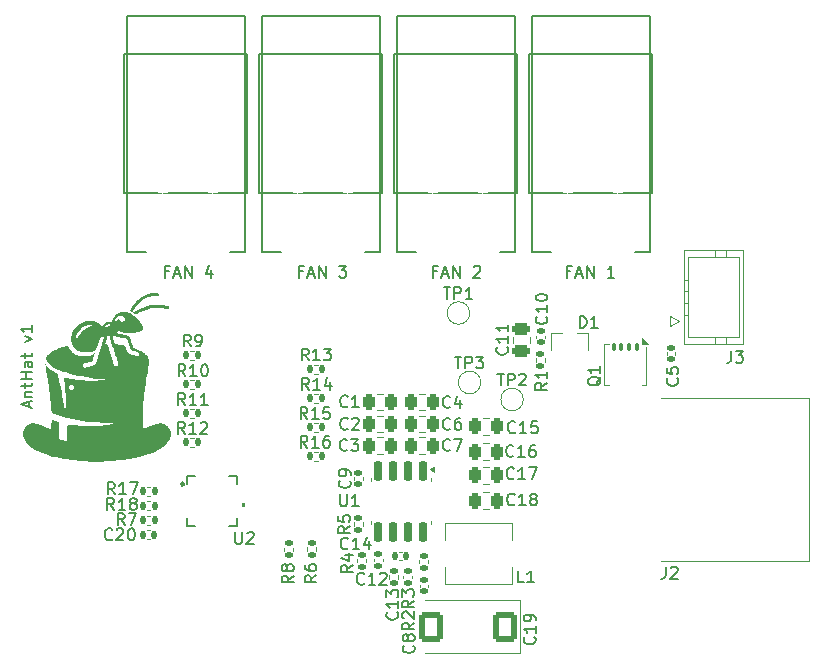
<source format=gbr>
%TF.GenerationSoftware,KiCad,Pcbnew,8.0.1*%
%TF.CreationDate,2024-04-04T15:13:06-04:00*%
%TF.ProjectId,AntHat,416e7448-6174-42e6-9b69-6361645f7063,rev?*%
%TF.SameCoordinates,Original*%
%TF.FileFunction,Legend,Top*%
%TF.FilePolarity,Positive*%
%FSLAX46Y46*%
G04 Gerber Fmt 4.6, Leading zero omitted, Abs format (unit mm)*
G04 Created by KiCad (PCBNEW 8.0.1) date 2024-04-04 15:13:06*
%MOMM*%
%LPD*%
G01*
G04 APERTURE LIST*
G04 Aperture macros list*
%AMRoundRect*
0 Rectangle with rounded corners*
0 $1 Rounding radius*
0 $2 $3 $4 $5 $6 $7 $8 $9 X,Y pos of 4 corners*
0 Add a 4 corners polygon primitive as box body*
4,1,4,$2,$3,$4,$5,$6,$7,$8,$9,$2,$3,0*
0 Add four circle primitives for the rounded corners*
1,1,$1+$1,$2,$3*
1,1,$1+$1,$4,$5*
1,1,$1+$1,$6,$7*
1,1,$1+$1,$8,$9*
0 Add four rect primitives between the rounded corners*
20,1,$1+$1,$2,$3,$4,$5,0*
20,1,$1+$1,$4,$5,$6,$7,0*
20,1,$1+$1,$6,$7,$8,$9,0*
20,1,$1+$1,$8,$9,$2,$3,0*%
%AMFreePoly0*
4,1,17,1.395000,0.765000,0.855000,0.765000,0.855000,0.535000,1.395000,0.535000,1.395000,0.115000,0.855000,0.115000,0.855000,-0.115000,1.395000,-0.115000,1.395000,-0.535000,0.855000,-0.535000,0.855000,-0.765000,1.395000,-0.765000,1.395000,-1.185000,-0.855000,-1.185000,-0.855000,1.185000,1.395000,1.185000,1.395000,0.765000,1.395000,0.765000,$1*%
G04 Aperture macros list end*
%ADD10C,0.150000*%
%ADD11C,0.127000*%
%ADD12C,0.120000*%
%ADD13C,0.152400*%
%ADD14C,0.260000*%
%ADD15C,0.000000*%
%ADD16C,0.100000*%
%ADD17C,2.300000*%
%ADD18RoundRect,0.135000X-0.185000X0.135000X-0.185000X-0.135000X0.185000X-0.135000X0.185000X0.135000X0*%
%ADD19RoundRect,0.140000X0.170000X-0.140000X0.170000X0.140000X-0.170000X0.140000X-0.170000X-0.140000X0*%
%ADD20R,0.711200X0.304800*%
%ADD21R,0.304800X0.711200*%
%ADD22R,2.692400X2.692400*%
%ADD23C,6.100000*%
%ADD24R,3.400000X2.710000*%
%ADD25RoundRect,0.150000X-0.150000X0.737500X-0.150000X-0.737500X0.150000X-0.737500X0.150000X0.737500X0*%
%ADD26C,1.500000*%
%ADD27C,1.549400*%
%ADD28RoundRect,0.135000X0.135000X0.185000X-0.135000X0.185000X-0.135000X-0.185000X0.135000X-0.185000X0*%
%ADD29R,1.400000X1.400000*%
%ADD30C,1.400000*%
%ADD31R,0.800000X0.900000*%
%ADD32RoundRect,0.243750X0.243750X0.456250X-0.243750X0.456250X-0.243750X-0.456250X0.243750X-0.456250X0*%
%ADD33RoundRect,0.140000X-0.170000X0.140000X-0.170000X-0.140000X0.170000X-0.140000X0.170000X0.140000X0*%
%ADD34RoundRect,0.135000X-0.135000X-0.185000X0.135000X-0.185000X0.135000X0.185000X-0.135000X0.185000X0*%
%ADD35RoundRect,0.243750X-0.243750X-0.456250X0.243750X-0.456250X0.243750X0.456250X-0.243750X0.456250X0*%
%ADD36R,2.000000X1.800000*%
%ADD37C,3.050000*%
%ADD38C,2.775000*%
%ADD39RoundRect,0.250000X-0.475000X0.250000X-0.475000X-0.250000X0.475000X-0.250000X0.475000X0.250000X0*%
%ADD40RoundRect,0.135000X0.185000X-0.135000X0.185000X0.135000X-0.185000X0.135000X-0.185000X-0.135000X0*%
%ADD41RoundRect,0.105000X-0.105000X0.245000X-0.105000X-0.245000X0.105000X-0.245000X0.105000X0.245000X0*%
%ADD42FreePoly0,270.000000*%
%ADD43RoundRect,0.140000X-0.140000X-0.170000X0.140000X-0.170000X0.140000X0.170000X-0.140000X0.170000X0*%
%ADD44RoundRect,0.250000X0.787500X1.025000X-0.787500X1.025000X-0.787500X-1.025000X0.787500X-1.025000X0*%
%ADD45R,1.700000X1.700000*%
%ADD46O,1.700000X1.700000*%
G04 APERTURE END LIST*
D10*
X120610112Y-81946009D02*
X120276779Y-81946009D01*
X120276779Y-82469819D02*
X120276779Y-81469819D01*
X120276779Y-81469819D02*
X120752969Y-81469819D01*
X121086303Y-82184104D02*
X121562493Y-82184104D01*
X120991065Y-82469819D02*
X121324398Y-81469819D01*
X121324398Y-81469819D02*
X121657731Y-82469819D01*
X121991065Y-82469819D02*
X121991065Y-81469819D01*
X121991065Y-81469819D02*
X122562493Y-82469819D01*
X122562493Y-82469819D02*
X122562493Y-81469819D01*
X124229160Y-81803152D02*
X124229160Y-82469819D01*
X123991065Y-81422200D02*
X123752970Y-82136485D01*
X123752970Y-82136485D02*
X124372017Y-82136485D01*
X131950112Y-81946009D02*
X131616779Y-81946009D01*
X131616779Y-82469819D02*
X131616779Y-81469819D01*
X131616779Y-81469819D02*
X132092969Y-81469819D01*
X132426303Y-82184104D02*
X132902493Y-82184104D01*
X132331065Y-82469819D02*
X132664398Y-81469819D01*
X132664398Y-81469819D02*
X132997731Y-82469819D01*
X133331065Y-82469819D02*
X133331065Y-81469819D01*
X133331065Y-81469819D02*
X133902493Y-82469819D01*
X133902493Y-82469819D02*
X133902493Y-81469819D01*
X135045351Y-81469819D02*
X135664398Y-81469819D01*
X135664398Y-81469819D02*
X135331065Y-81850771D01*
X135331065Y-81850771D02*
X135473922Y-81850771D01*
X135473922Y-81850771D02*
X135569160Y-81898390D01*
X135569160Y-81898390D02*
X135616779Y-81946009D01*
X135616779Y-81946009D02*
X135664398Y-82041247D01*
X135664398Y-82041247D02*
X135664398Y-82279342D01*
X135664398Y-82279342D02*
X135616779Y-82374580D01*
X135616779Y-82374580D02*
X135569160Y-82422200D01*
X135569160Y-82422200D02*
X135473922Y-82469819D01*
X135473922Y-82469819D02*
X135188208Y-82469819D01*
X135188208Y-82469819D02*
X135092970Y-82422200D01*
X135092970Y-82422200D02*
X135045351Y-82374580D01*
X108794104Y-93450839D02*
X108794104Y-92974649D01*
X109079819Y-93546077D02*
X108079819Y-93212744D01*
X108079819Y-93212744D02*
X109079819Y-92879411D01*
X108413152Y-92546077D02*
X109079819Y-92546077D01*
X108508390Y-92546077D02*
X108460771Y-92498458D01*
X108460771Y-92498458D02*
X108413152Y-92403220D01*
X108413152Y-92403220D02*
X108413152Y-92260363D01*
X108413152Y-92260363D02*
X108460771Y-92165125D01*
X108460771Y-92165125D02*
X108556009Y-92117506D01*
X108556009Y-92117506D02*
X109079819Y-92117506D01*
X108413152Y-91784172D02*
X108413152Y-91403220D01*
X108079819Y-91641315D02*
X108936961Y-91641315D01*
X108936961Y-91641315D02*
X109032200Y-91593696D01*
X109032200Y-91593696D02*
X109079819Y-91498458D01*
X109079819Y-91498458D02*
X109079819Y-91403220D01*
X109079819Y-91069886D02*
X108079819Y-91069886D01*
X108556009Y-91069886D02*
X108556009Y-90498458D01*
X109079819Y-90498458D02*
X108079819Y-90498458D01*
X109079819Y-89593696D02*
X108556009Y-89593696D01*
X108556009Y-89593696D02*
X108460771Y-89641315D01*
X108460771Y-89641315D02*
X108413152Y-89736553D01*
X108413152Y-89736553D02*
X108413152Y-89927029D01*
X108413152Y-89927029D02*
X108460771Y-90022267D01*
X109032200Y-89593696D02*
X109079819Y-89688934D01*
X109079819Y-89688934D02*
X109079819Y-89927029D01*
X109079819Y-89927029D02*
X109032200Y-90022267D01*
X109032200Y-90022267D02*
X108936961Y-90069886D01*
X108936961Y-90069886D02*
X108841723Y-90069886D01*
X108841723Y-90069886D02*
X108746485Y-90022267D01*
X108746485Y-90022267D02*
X108698866Y-89927029D01*
X108698866Y-89927029D02*
X108698866Y-89688934D01*
X108698866Y-89688934D02*
X108651247Y-89593696D01*
X108413152Y-89260362D02*
X108413152Y-88879410D01*
X108079819Y-89117505D02*
X108936961Y-89117505D01*
X108936961Y-89117505D02*
X109032200Y-89069886D01*
X109032200Y-89069886D02*
X109079819Y-88974648D01*
X109079819Y-88974648D02*
X109079819Y-88879410D01*
X108413152Y-87879409D02*
X109079819Y-87641314D01*
X109079819Y-87641314D02*
X108413152Y-87403219D01*
X109079819Y-86498457D02*
X109079819Y-87069885D01*
X109079819Y-86784171D02*
X108079819Y-86784171D01*
X108079819Y-86784171D02*
X108222676Y-86879409D01*
X108222676Y-86879409D02*
X108317914Y-86974647D01*
X108317914Y-86974647D02*
X108365533Y-87069885D01*
X154630112Y-81946009D02*
X154296779Y-81946009D01*
X154296779Y-82469819D02*
X154296779Y-81469819D01*
X154296779Y-81469819D02*
X154772969Y-81469819D01*
X155106303Y-82184104D02*
X155582493Y-82184104D01*
X155011065Y-82469819D02*
X155344398Y-81469819D01*
X155344398Y-81469819D02*
X155677731Y-82469819D01*
X156011065Y-82469819D02*
X156011065Y-81469819D01*
X156011065Y-81469819D02*
X156582493Y-82469819D01*
X156582493Y-82469819D02*
X156582493Y-81469819D01*
X158344398Y-82469819D02*
X157772970Y-82469819D01*
X158058684Y-82469819D02*
X158058684Y-81469819D01*
X158058684Y-81469819D02*
X157963446Y-81612676D01*
X157963446Y-81612676D02*
X157868208Y-81707914D01*
X157868208Y-81707914D02*
X157772970Y-81755533D01*
X143290112Y-81946009D02*
X142956779Y-81946009D01*
X142956779Y-82469819D02*
X142956779Y-81469819D01*
X142956779Y-81469819D02*
X143432969Y-81469819D01*
X143766303Y-82184104D02*
X144242493Y-82184104D01*
X143671065Y-82469819D02*
X144004398Y-81469819D01*
X144004398Y-81469819D02*
X144337731Y-82469819D01*
X144671065Y-82469819D02*
X144671065Y-81469819D01*
X144671065Y-81469819D02*
X145242493Y-82469819D01*
X145242493Y-82469819D02*
X145242493Y-81469819D01*
X146432970Y-81565057D02*
X146480589Y-81517438D01*
X146480589Y-81517438D02*
X146575827Y-81469819D01*
X146575827Y-81469819D02*
X146813922Y-81469819D01*
X146813922Y-81469819D02*
X146909160Y-81517438D01*
X146909160Y-81517438D02*
X146956779Y-81565057D01*
X146956779Y-81565057D02*
X147004398Y-81660295D01*
X147004398Y-81660295D02*
X147004398Y-81755533D01*
X147004398Y-81755533D02*
X146956779Y-81898390D01*
X146956779Y-81898390D02*
X146385351Y-82469819D01*
X146385351Y-82469819D02*
X147004398Y-82469819D01*
X141364819Y-109816666D02*
X140888628Y-110149999D01*
X141364819Y-110388094D02*
X140364819Y-110388094D01*
X140364819Y-110388094D02*
X140364819Y-110007142D01*
X140364819Y-110007142D02*
X140412438Y-109911904D01*
X140412438Y-109911904D02*
X140460057Y-109864285D01*
X140460057Y-109864285D02*
X140555295Y-109816666D01*
X140555295Y-109816666D02*
X140698152Y-109816666D01*
X140698152Y-109816666D02*
X140793390Y-109864285D01*
X140793390Y-109864285D02*
X140841009Y-109911904D01*
X140841009Y-109911904D02*
X140888628Y-110007142D01*
X140888628Y-110007142D02*
X140888628Y-110388094D01*
X140364819Y-109483332D02*
X140364819Y-108864285D01*
X140364819Y-108864285D02*
X140745771Y-109197618D01*
X140745771Y-109197618D02*
X140745771Y-109054761D01*
X140745771Y-109054761D02*
X140793390Y-108959523D01*
X140793390Y-108959523D02*
X140841009Y-108911904D01*
X140841009Y-108911904D02*
X140936247Y-108864285D01*
X140936247Y-108864285D02*
X141174342Y-108864285D01*
X141174342Y-108864285D02*
X141269580Y-108911904D01*
X141269580Y-108911904D02*
X141317200Y-108959523D01*
X141317200Y-108959523D02*
X141364819Y-109054761D01*
X141364819Y-109054761D02*
X141364819Y-109340475D01*
X141364819Y-109340475D02*
X141317200Y-109435713D01*
X141317200Y-109435713D02*
X141269580Y-109483332D01*
X163669580Y-90986666D02*
X163717200Y-91034285D01*
X163717200Y-91034285D02*
X163764819Y-91177142D01*
X163764819Y-91177142D02*
X163764819Y-91272380D01*
X163764819Y-91272380D02*
X163717200Y-91415237D01*
X163717200Y-91415237D02*
X163621961Y-91510475D01*
X163621961Y-91510475D02*
X163526723Y-91558094D01*
X163526723Y-91558094D02*
X163336247Y-91605713D01*
X163336247Y-91605713D02*
X163193390Y-91605713D01*
X163193390Y-91605713D02*
X163002914Y-91558094D01*
X163002914Y-91558094D02*
X162907676Y-91510475D01*
X162907676Y-91510475D02*
X162812438Y-91415237D01*
X162812438Y-91415237D02*
X162764819Y-91272380D01*
X162764819Y-91272380D02*
X162764819Y-91177142D01*
X162764819Y-91177142D02*
X162812438Y-91034285D01*
X162812438Y-91034285D02*
X162860057Y-90986666D01*
X162764819Y-90081904D02*
X162764819Y-90558094D01*
X162764819Y-90558094D02*
X163241009Y-90605713D01*
X163241009Y-90605713D02*
X163193390Y-90558094D01*
X163193390Y-90558094D02*
X163145771Y-90462856D01*
X163145771Y-90462856D02*
X163145771Y-90224761D01*
X163145771Y-90224761D02*
X163193390Y-90129523D01*
X163193390Y-90129523D02*
X163241009Y-90081904D01*
X163241009Y-90081904D02*
X163336247Y-90034285D01*
X163336247Y-90034285D02*
X163574342Y-90034285D01*
X163574342Y-90034285D02*
X163669580Y-90081904D01*
X163669580Y-90081904D02*
X163717200Y-90129523D01*
X163717200Y-90129523D02*
X163764819Y-90224761D01*
X163764819Y-90224761D02*
X163764819Y-90462856D01*
X163764819Y-90462856D02*
X163717200Y-90558094D01*
X163717200Y-90558094D02*
X163669580Y-90605713D01*
X126248095Y-104014819D02*
X126248095Y-104824342D01*
X126248095Y-104824342D02*
X126295714Y-104919580D01*
X126295714Y-104919580D02*
X126343333Y-104967200D01*
X126343333Y-104967200D02*
X126438571Y-105014819D01*
X126438571Y-105014819D02*
X126629047Y-105014819D01*
X126629047Y-105014819D02*
X126724285Y-104967200D01*
X126724285Y-104967200D02*
X126771904Y-104919580D01*
X126771904Y-104919580D02*
X126819523Y-104824342D01*
X126819523Y-104824342D02*
X126819523Y-104014819D01*
X127248095Y-104110057D02*
X127295714Y-104062438D01*
X127295714Y-104062438D02*
X127390952Y-104014819D01*
X127390952Y-104014819D02*
X127629047Y-104014819D01*
X127629047Y-104014819D02*
X127724285Y-104062438D01*
X127724285Y-104062438D02*
X127771904Y-104110057D01*
X127771904Y-104110057D02*
X127819523Y-104205295D01*
X127819523Y-104205295D02*
X127819523Y-104300533D01*
X127819523Y-104300533D02*
X127771904Y-104443390D01*
X127771904Y-104443390D02*
X127200476Y-105014819D01*
X127200476Y-105014819D02*
X127819523Y-105014819D01*
X135116648Y-100812241D02*
X135116648Y-101621764D01*
X135116648Y-101621764D02*
X135164267Y-101717002D01*
X135164267Y-101717002D02*
X135211886Y-101764622D01*
X135211886Y-101764622D02*
X135307124Y-101812241D01*
X135307124Y-101812241D02*
X135497600Y-101812241D01*
X135497600Y-101812241D02*
X135592838Y-101764622D01*
X135592838Y-101764622D02*
X135640457Y-101717002D01*
X135640457Y-101717002D02*
X135688076Y-101621764D01*
X135688076Y-101621764D02*
X135688076Y-100812241D01*
X136688076Y-101812241D02*
X136116648Y-101812241D01*
X136402362Y-101812241D02*
X136402362Y-100812241D01*
X136402362Y-100812241D02*
X136307124Y-100955098D01*
X136307124Y-100955098D02*
X136211886Y-101050336D01*
X136211886Y-101050336D02*
X136116648Y-101097955D01*
X143888095Y-83276819D02*
X144459523Y-83276819D01*
X144173809Y-84276819D02*
X144173809Y-83276819D01*
X144792857Y-84276819D02*
X144792857Y-83276819D01*
X144792857Y-83276819D02*
X145173809Y-83276819D01*
X145173809Y-83276819D02*
X145269047Y-83324438D01*
X145269047Y-83324438D02*
X145316666Y-83372057D01*
X145316666Y-83372057D02*
X145364285Y-83467295D01*
X145364285Y-83467295D02*
X145364285Y-83610152D01*
X145364285Y-83610152D02*
X145316666Y-83705390D01*
X145316666Y-83705390D02*
X145269047Y-83753009D01*
X145269047Y-83753009D02*
X145173809Y-83800628D01*
X145173809Y-83800628D02*
X144792857Y-83800628D01*
X146316666Y-84276819D02*
X145745238Y-84276819D01*
X146030952Y-84276819D02*
X146030952Y-83276819D01*
X146030952Y-83276819D02*
X145935714Y-83419676D01*
X145935714Y-83419676D02*
X145840476Y-83514914D01*
X145840476Y-83514914D02*
X145745238Y-83562533D01*
X132457142Y-89484819D02*
X132123809Y-89008628D01*
X131885714Y-89484819D02*
X131885714Y-88484819D01*
X131885714Y-88484819D02*
X132266666Y-88484819D01*
X132266666Y-88484819D02*
X132361904Y-88532438D01*
X132361904Y-88532438D02*
X132409523Y-88580057D01*
X132409523Y-88580057D02*
X132457142Y-88675295D01*
X132457142Y-88675295D02*
X132457142Y-88818152D01*
X132457142Y-88818152D02*
X132409523Y-88913390D01*
X132409523Y-88913390D02*
X132361904Y-88961009D01*
X132361904Y-88961009D02*
X132266666Y-89008628D01*
X132266666Y-89008628D02*
X131885714Y-89008628D01*
X133409523Y-89484819D02*
X132838095Y-89484819D01*
X133123809Y-89484819D02*
X133123809Y-88484819D01*
X133123809Y-88484819D02*
X133028571Y-88627676D01*
X133028571Y-88627676D02*
X132933333Y-88722914D01*
X132933333Y-88722914D02*
X132838095Y-88770533D01*
X133742857Y-88484819D02*
X134361904Y-88484819D01*
X134361904Y-88484819D02*
X134028571Y-88865771D01*
X134028571Y-88865771D02*
X134171428Y-88865771D01*
X134171428Y-88865771D02*
X134266666Y-88913390D01*
X134266666Y-88913390D02*
X134314285Y-88961009D01*
X134314285Y-88961009D02*
X134361904Y-89056247D01*
X134361904Y-89056247D02*
X134361904Y-89294342D01*
X134361904Y-89294342D02*
X134314285Y-89389580D01*
X134314285Y-89389580D02*
X134266666Y-89437200D01*
X134266666Y-89437200D02*
X134171428Y-89484819D01*
X134171428Y-89484819D02*
X133885714Y-89484819D01*
X133885714Y-89484819D02*
X133790476Y-89437200D01*
X133790476Y-89437200D02*
X133742857Y-89389580D01*
X168236666Y-88674819D02*
X168236666Y-89389104D01*
X168236666Y-89389104D02*
X168189047Y-89531961D01*
X168189047Y-89531961D02*
X168093809Y-89627200D01*
X168093809Y-89627200D02*
X167950952Y-89674819D01*
X167950952Y-89674819D02*
X167855714Y-89674819D01*
X168617619Y-88674819D02*
X169236666Y-88674819D01*
X169236666Y-88674819D02*
X168903333Y-89055771D01*
X168903333Y-89055771D02*
X169046190Y-89055771D01*
X169046190Y-89055771D02*
X169141428Y-89103390D01*
X169141428Y-89103390D02*
X169189047Y-89151009D01*
X169189047Y-89151009D02*
X169236666Y-89246247D01*
X169236666Y-89246247D02*
X169236666Y-89484342D01*
X169236666Y-89484342D02*
X169189047Y-89579580D01*
X169189047Y-89579580D02*
X169141428Y-89627200D01*
X169141428Y-89627200D02*
X169046190Y-89674819D01*
X169046190Y-89674819D02*
X168760476Y-89674819D01*
X168760476Y-89674819D02*
X168665238Y-89627200D01*
X168665238Y-89627200D02*
X168617619Y-89579580D01*
X155421905Y-86724819D02*
X155421905Y-85724819D01*
X155421905Y-85724819D02*
X155660000Y-85724819D01*
X155660000Y-85724819D02*
X155802857Y-85772438D01*
X155802857Y-85772438D02*
X155898095Y-85867676D01*
X155898095Y-85867676D02*
X155945714Y-85962914D01*
X155945714Y-85962914D02*
X155993333Y-86153390D01*
X155993333Y-86153390D02*
X155993333Y-86296247D01*
X155993333Y-86296247D02*
X155945714Y-86486723D01*
X155945714Y-86486723D02*
X155898095Y-86581961D01*
X155898095Y-86581961D02*
X155802857Y-86677200D01*
X155802857Y-86677200D02*
X155660000Y-86724819D01*
X155660000Y-86724819D02*
X155421905Y-86724819D01*
X156945714Y-86724819D02*
X156374286Y-86724819D01*
X156660000Y-86724819D02*
X156660000Y-85724819D01*
X156660000Y-85724819D02*
X156564762Y-85867676D01*
X156564762Y-85867676D02*
X156469524Y-85962914D01*
X156469524Y-85962914D02*
X156374286Y-86010533D01*
X149797142Y-97549580D02*
X149749523Y-97597200D01*
X149749523Y-97597200D02*
X149606666Y-97644819D01*
X149606666Y-97644819D02*
X149511428Y-97644819D01*
X149511428Y-97644819D02*
X149368571Y-97597200D01*
X149368571Y-97597200D02*
X149273333Y-97501961D01*
X149273333Y-97501961D02*
X149225714Y-97406723D01*
X149225714Y-97406723D02*
X149178095Y-97216247D01*
X149178095Y-97216247D02*
X149178095Y-97073390D01*
X149178095Y-97073390D02*
X149225714Y-96882914D01*
X149225714Y-96882914D02*
X149273333Y-96787676D01*
X149273333Y-96787676D02*
X149368571Y-96692438D01*
X149368571Y-96692438D02*
X149511428Y-96644819D01*
X149511428Y-96644819D02*
X149606666Y-96644819D01*
X149606666Y-96644819D02*
X149749523Y-96692438D01*
X149749523Y-96692438D02*
X149797142Y-96740057D01*
X150749523Y-97644819D02*
X150178095Y-97644819D01*
X150463809Y-97644819D02*
X150463809Y-96644819D01*
X150463809Y-96644819D02*
X150368571Y-96787676D01*
X150368571Y-96787676D02*
X150273333Y-96882914D01*
X150273333Y-96882914D02*
X150178095Y-96930533D01*
X151606666Y-96644819D02*
X151416190Y-96644819D01*
X151416190Y-96644819D02*
X151320952Y-96692438D01*
X151320952Y-96692438D02*
X151273333Y-96740057D01*
X151273333Y-96740057D02*
X151178095Y-96882914D01*
X151178095Y-96882914D02*
X151130476Y-97073390D01*
X151130476Y-97073390D02*
X151130476Y-97454342D01*
X151130476Y-97454342D02*
X151178095Y-97549580D01*
X151178095Y-97549580D02*
X151225714Y-97597200D01*
X151225714Y-97597200D02*
X151320952Y-97644819D01*
X151320952Y-97644819D02*
X151511428Y-97644819D01*
X151511428Y-97644819D02*
X151606666Y-97597200D01*
X151606666Y-97597200D02*
X151654285Y-97549580D01*
X151654285Y-97549580D02*
X151701904Y-97454342D01*
X151701904Y-97454342D02*
X151701904Y-97216247D01*
X151701904Y-97216247D02*
X151654285Y-97121009D01*
X151654285Y-97121009D02*
X151606666Y-97073390D01*
X151606666Y-97073390D02*
X151511428Y-97025771D01*
X151511428Y-97025771D02*
X151320952Y-97025771D01*
X151320952Y-97025771D02*
X151225714Y-97073390D01*
X151225714Y-97073390D02*
X151178095Y-97121009D01*
X151178095Y-97121009D02*
X151130476Y-97216247D01*
X135713333Y-97049580D02*
X135665714Y-97097200D01*
X135665714Y-97097200D02*
X135522857Y-97144819D01*
X135522857Y-97144819D02*
X135427619Y-97144819D01*
X135427619Y-97144819D02*
X135284762Y-97097200D01*
X135284762Y-97097200D02*
X135189524Y-97001961D01*
X135189524Y-97001961D02*
X135141905Y-96906723D01*
X135141905Y-96906723D02*
X135094286Y-96716247D01*
X135094286Y-96716247D02*
X135094286Y-96573390D01*
X135094286Y-96573390D02*
X135141905Y-96382914D01*
X135141905Y-96382914D02*
X135189524Y-96287676D01*
X135189524Y-96287676D02*
X135284762Y-96192438D01*
X135284762Y-96192438D02*
X135427619Y-96144819D01*
X135427619Y-96144819D02*
X135522857Y-96144819D01*
X135522857Y-96144819D02*
X135665714Y-96192438D01*
X135665714Y-96192438D02*
X135713333Y-96240057D01*
X136046667Y-96144819D02*
X136665714Y-96144819D01*
X136665714Y-96144819D02*
X136332381Y-96525771D01*
X136332381Y-96525771D02*
X136475238Y-96525771D01*
X136475238Y-96525771D02*
X136570476Y-96573390D01*
X136570476Y-96573390D02*
X136618095Y-96621009D01*
X136618095Y-96621009D02*
X136665714Y-96716247D01*
X136665714Y-96716247D02*
X136665714Y-96954342D01*
X136665714Y-96954342D02*
X136618095Y-97049580D01*
X136618095Y-97049580D02*
X136570476Y-97097200D01*
X136570476Y-97097200D02*
X136475238Y-97144819D01*
X136475238Y-97144819D02*
X136189524Y-97144819D01*
X136189524Y-97144819D02*
X136094286Y-97097200D01*
X136094286Y-97097200D02*
X136046667Y-97049580D01*
X144828095Y-89156819D02*
X145399523Y-89156819D01*
X145113809Y-90156819D02*
X145113809Y-89156819D01*
X145732857Y-90156819D02*
X145732857Y-89156819D01*
X145732857Y-89156819D02*
X146113809Y-89156819D01*
X146113809Y-89156819D02*
X146209047Y-89204438D01*
X146209047Y-89204438D02*
X146256666Y-89252057D01*
X146256666Y-89252057D02*
X146304285Y-89347295D01*
X146304285Y-89347295D02*
X146304285Y-89490152D01*
X146304285Y-89490152D02*
X146256666Y-89585390D01*
X146256666Y-89585390D02*
X146209047Y-89633009D01*
X146209047Y-89633009D02*
X146113809Y-89680628D01*
X146113809Y-89680628D02*
X145732857Y-89680628D01*
X146637619Y-89156819D02*
X147256666Y-89156819D01*
X147256666Y-89156819D02*
X146923333Y-89537771D01*
X146923333Y-89537771D02*
X147066190Y-89537771D01*
X147066190Y-89537771D02*
X147161428Y-89585390D01*
X147161428Y-89585390D02*
X147209047Y-89633009D01*
X147209047Y-89633009D02*
X147256666Y-89728247D01*
X147256666Y-89728247D02*
X147256666Y-89966342D01*
X147256666Y-89966342D02*
X147209047Y-90061580D01*
X147209047Y-90061580D02*
X147161428Y-90109200D01*
X147161428Y-90109200D02*
X147066190Y-90156819D01*
X147066190Y-90156819D02*
X146780476Y-90156819D01*
X146780476Y-90156819D02*
X146685238Y-90109200D01*
X146685238Y-90109200D02*
X146637619Y-90061580D01*
X139959580Y-110802857D02*
X140007200Y-110850476D01*
X140007200Y-110850476D02*
X140054819Y-110993333D01*
X140054819Y-110993333D02*
X140054819Y-111088571D01*
X140054819Y-111088571D02*
X140007200Y-111231428D01*
X140007200Y-111231428D02*
X139911961Y-111326666D01*
X139911961Y-111326666D02*
X139816723Y-111374285D01*
X139816723Y-111374285D02*
X139626247Y-111421904D01*
X139626247Y-111421904D02*
X139483390Y-111421904D01*
X139483390Y-111421904D02*
X139292914Y-111374285D01*
X139292914Y-111374285D02*
X139197676Y-111326666D01*
X139197676Y-111326666D02*
X139102438Y-111231428D01*
X139102438Y-111231428D02*
X139054819Y-111088571D01*
X139054819Y-111088571D02*
X139054819Y-110993333D01*
X139054819Y-110993333D02*
X139102438Y-110850476D01*
X139102438Y-110850476D02*
X139150057Y-110802857D01*
X140054819Y-109850476D02*
X140054819Y-110421904D01*
X140054819Y-110136190D02*
X139054819Y-110136190D01*
X139054819Y-110136190D02*
X139197676Y-110231428D01*
X139197676Y-110231428D02*
X139292914Y-110326666D01*
X139292914Y-110326666D02*
X139340533Y-110421904D01*
X139054819Y-109517142D02*
X139054819Y-108898095D01*
X139054819Y-108898095D02*
X139435771Y-109231428D01*
X139435771Y-109231428D02*
X139435771Y-109088571D01*
X139435771Y-109088571D02*
X139483390Y-108993333D01*
X139483390Y-108993333D02*
X139531009Y-108945714D01*
X139531009Y-108945714D02*
X139626247Y-108898095D01*
X139626247Y-108898095D02*
X139864342Y-108898095D01*
X139864342Y-108898095D02*
X139959580Y-108945714D01*
X139959580Y-108945714D02*
X140007200Y-108993333D01*
X140007200Y-108993333D02*
X140054819Y-109088571D01*
X140054819Y-109088571D02*
X140054819Y-109374285D01*
X140054819Y-109374285D02*
X140007200Y-109469523D01*
X140007200Y-109469523D02*
X139959580Y-109517142D01*
X141339580Y-113636666D02*
X141387200Y-113684285D01*
X141387200Y-113684285D02*
X141434819Y-113827142D01*
X141434819Y-113827142D02*
X141434819Y-113922380D01*
X141434819Y-113922380D02*
X141387200Y-114065237D01*
X141387200Y-114065237D02*
X141291961Y-114160475D01*
X141291961Y-114160475D02*
X141196723Y-114208094D01*
X141196723Y-114208094D02*
X141006247Y-114255713D01*
X141006247Y-114255713D02*
X140863390Y-114255713D01*
X140863390Y-114255713D02*
X140672914Y-114208094D01*
X140672914Y-114208094D02*
X140577676Y-114160475D01*
X140577676Y-114160475D02*
X140482438Y-114065237D01*
X140482438Y-114065237D02*
X140434819Y-113922380D01*
X140434819Y-113922380D02*
X140434819Y-113827142D01*
X140434819Y-113827142D02*
X140482438Y-113684285D01*
X140482438Y-113684285D02*
X140530057Y-113636666D01*
X140863390Y-113065237D02*
X140815771Y-113160475D01*
X140815771Y-113160475D02*
X140768152Y-113208094D01*
X140768152Y-113208094D02*
X140672914Y-113255713D01*
X140672914Y-113255713D02*
X140625295Y-113255713D01*
X140625295Y-113255713D02*
X140530057Y-113208094D01*
X140530057Y-113208094D02*
X140482438Y-113160475D01*
X140482438Y-113160475D02*
X140434819Y-113065237D01*
X140434819Y-113065237D02*
X140434819Y-112874761D01*
X140434819Y-112874761D02*
X140482438Y-112779523D01*
X140482438Y-112779523D02*
X140530057Y-112731904D01*
X140530057Y-112731904D02*
X140625295Y-112684285D01*
X140625295Y-112684285D02*
X140672914Y-112684285D01*
X140672914Y-112684285D02*
X140768152Y-112731904D01*
X140768152Y-112731904D02*
X140815771Y-112779523D01*
X140815771Y-112779523D02*
X140863390Y-112874761D01*
X140863390Y-112874761D02*
X140863390Y-113065237D01*
X140863390Y-113065237D02*
X140911009Y-113160475D01*
X140911009Y-113160475D02*
X140958628Y-113208094D01*
X140958628Y-113208094D02*
X141053866Y-113255713D01*
X141053866Y-113255713D02*
X141244342Y-113255713D01*
X141244342Y-113255713D02*
X141339580Y-113208094D01*
X141339580Y-113208094D02*
X141387200Y-113160475D01*
X141387200Y-113160475D02*
X141434819Y-113065237D01*
X141434819Y-113065237D02*
X141434819Y-112874761D01*
X141434819Y-112874761D02*
X141387200Y-112779523D01*
X141387200Y-112779523D02*
X141339580Y-112731904D01*
X141339580Y-112731904D02*
X141244342Y-112684285D01*
X141244342Y-112684285D02*
X141053866Y-112684285D01*
X141053866Y-112684285D02*
X140958628Y-112731904D01*
X140958628Y-112731904D02*
X140911009Y-112779523D01*
X140911009Y-112779523D02*
X140863390Y-112874761D01*
X121987142Y-95694819D02*
X121653809Y-95218628D01*
X121415714Y-95694819D02*
X121415714Y-94694819D01*
X121415714Y-94694819D02*
X121796666Y-94694819D01*
X121796666Y-94694819D02*
X121891904Y-94742438D01*
X121891904Y-94742438D02*
X121939523Y-94790057D01*
X121939523Y-94790057D02*
X121987142Y-94885295D01*
X121987142Y-94885295D02*
X121987142Y-95028152D01*
X121987142Y-95028152D02*
X121939523Y-95123390D01*
X121939523Y-95123390D02*
X121891904Y-95171009D01*
X121891904Y-95171009D02*
X121796666Y-95218628D01*
X121796666Y-95218628D02*
X121415714Y-95218628D01*
X122939523Y-95694819D02*
X122368095Y-95694819D01*
X122653809Y-95694819D02*
X122653809Y-94694819D01*
X122653809Y-94694819D02*
X122558571Y-94837676D01*
X122558571Y-94837676D02*
X122463333Y-94932914D01*
X122463333Y-94932914D02*
X122368095Y-94980533D01*
X123320476Y-94790057D02*
X123368095Y-94742438D01*
X123368095Y-94742438D02*
X123463333Y-94694819D01*
X123463333Y-94694819D02*
X123701428Y-94694819D01*
X123701428Y-94694819D02*
X123796666Y-94742438D01*
X123796666Y-94742438D02*
X123844285Y-94790057D01*
X123844285Y-94790057D02*
X123891904Y-94885295D01*
X123891904Y-94885295D02*
X123891904Y-94980533D01*
X123891904Y-94980533D02*
X123844285Y-95123390D01*
X123844285Y-95123390D02*
X123272857Y-95694819D01*
X123272857Y-95694819D02*
X123891904Y-95694819D01*
X141404819Y-111686666D02*
X140928628Y-112019999D01*
X141404819Y-112258094D02*
X140404819Y-112258094D01*
X140404819Y-112258094D02*
X140404819Y-111877142D01*
X140404819Y-111877142D02*
X140452438Y-111781904D01*
X140452438Y-111781904D02*
X140500057Y-111734285D01*
X140500057Y-111734285D02*
X140595295Y-111686666D01*
X140595295Y-111686666D02*
X140738152Y-111686666D01*
X140738152Y-111686666D02*
X140833390Y-111734285D01*
X140833390Y-111734285D02*
X140881009Y-111781904D01*
X140881009Y-111781904D02*
X140928628Y-111877142D01*
X140928628Y-111877142D02*
X140928628Y-112258094D01*
X140500057Y-111305713D02*
X140452438Y-111258094D01*
X140452438Y-111258094D02*
X140404819Y-111162856D01*
X140404819Y-111162856D02*
X140404819Y-110924761D01*
X140404819Y-110924761D02*
X140452438Y-110829523D01*
X140452438Y-110829523D02*
X140500057Y-110781904D01*
X140500057Y-110781904D02*
X140595295Y-110734285D01*
X140595295Y-110734285D02*
X140690533Y-110734285D01*
X140690533Y-110734285D02*
X140833390Y-110781904D01*
X140833390Y-110781904D02*
X141404819Y-111353332D01*
X141404819Y-111353332D02*
X141404819Y-110734285D01*
X116047142Y-100814819D02*
X115713809Y-100338628D01*
X115475714Y-100814819D02*
X115475714Y-99814819D01*
X115475714Y-99814819D02*
X115856666Y-99814819D01*
X115856666Y-99814819D02*
X115951904Y-99862438D01*
X115951904Y-99862438D02*
X115999523Y-99910057D01*
X115999523Y-99910057D02*
X116047142Y-100005295D01*
X116047142Y-100005295D02*
X116047142Y-100148152D01*
X116047142Y-100148152D02*
X115999523Y-100243390D01*
X115999523Y-100243390D02*
X115951904Y-100291009D01*
X115951904Y-100291009D02*
X115856666Y-100338628D01*
X115856666Y-100338628D02*
X115475714Y-100338628D01*
X116999523Y-100814819D02*
X116428095Y-100814819D01*
X116713809Y-100814819D02*
X116713809Y-99814819D01*
X116713809Y-99814819D02*
X116618571Y-99957676D01*
X116618571Y-99957676D02*
X116523333Y-100052914D01*
X116523333Y-100052914D02*
X116428095Y-100100533D01*
X117332857Y-99814819D02*
X117999523Y-99814819D01*
X117999523Y-99814819D02*
X117570952Y-100814819D01*
X144443333Y-97059580D02*
X144395714Y-97107200D01*
X144395714Y-97107200D02*
X144252857Y-97154819D01*
X144252857Y-97154819D02*
X144157619Y-97154819D01*
X144157619Y-97154819D02*
X144014762Y-97107200D01*
X144014762Y-97107200D02*
X143919524Y-97011961D01*
X143919524Y-97011961D02*
X143871905Y-96916723D01*
X143871905Y-96916723D02*
X143824286Y-96726247D01*
X143824286Y-96726247D02*
X143824286Y-96583390D01*
X143824286Y-96583390D02*
X143871905Y-96392914D01*
X143871905Y-96392914D02*
X143919524Y-96297676D01*
X143919524Y-96297676D02*
X144014762Y-96202438D01*
X144014762Y-96202438D02*
X144157619Y-96154819D01*
X144157619Y-96154819D02*
X144252857Y-96154819D01*
X144252857Y-96154819D02*
X144395714Y-96202438D01*
X144395714Y-96202438D02*
X144443333Y-96250057D01*
X144776667Y-96154819D02*
X145443333Y-96154819D01*
X145443333Y-96154819D02*
X145014762Y-97154819D01*
X149897142Y-101667002D02*
X149849523Y-101714622D01*
X149849523Y-101714622D02*
X149706666Y-101762241D01*
X149706666Y-101762241D02*
X149611428Y-101762241D01*
X149611428Y-101762241D02*
X149468571Y-101714622D01*
X149468571Y-101714622D02*
X149373333Y-101619383D01*
X149373333Y-101619383D02*
X149325714Y-101524145D01*
X149325714Y-101524145D02*
X149278095Y-101333669D01*
X149278095Y-101333669D02*
X149278095Y-101190812D01*
X149278095Y-101190812D02*
X149325714Y-101000336D01*
X149325714Y-101000336D02*
X149373333Y-100905098D01*
X149373333Y-100905098D02*
X149468571Y-100809860D01*
X149468571Y-100809860D02*
X149611428Y-100762241D01*
X149611428Y-100762241D02*
X149706666Y-100762241D01*
X149706666Y-100762241D02*
X149849523Y-100809860D01*
X149849523Y-100809860D02*
X149897142Y-100857479D01*
X150849523Y-101762241D02*
X150278095Y-101762241D01*
X150563809Y-101762241D02*
X150563809Y-100762241D01*
X150563809Y-100762241D02*
X150468571Y-100905098D01*
X150468571Y-100905098D02*
X150373333Y-101000336D01*
X150373333Y-101000336D02*
X150278095Y-101047955D01*
X151420952Y-101190812D02*
X151325714Y-101143193D01*
X151325714Y-101143193D02*
X151278095Y-101095574D01*
X151278095Y-101095574D02*
X151230476Y-101000336D01*
X151230476Y-101000336D02*
X151230476Y-100952717D01*
X151230476Y-100952717D02*
X151278095Y-100857479D01*
X151278095Y-100857479D02*
X151325714Y-100809860D01*
X151325714Y-100809860D02*
X151420952Y-100762241D01*
X151420952Y-100762241D02*
X151611428Y-100762241D01*
X151611428Y-100762241D02*
X151706666Y-100809860D01*
X151706666Y-100809860D02*
X151754285Y-100857479D01*
X151754285Y-100857479D02*
X151801904Y-100952717D01*
X151801904Y-100952717D02*
X151801904Y-101000336D01*
X151801904Y-101000336D02*
X151754285Y-101095574D01*
X151754285Y-101095574D02*
X151706666Y-101143193D01*
X151706666Y-101143193D02*
X151611428Y-101190812D01*
X151611428Y-101190812D02*
X151420952Y-101190812D01*
X151420952Y-101190812D02*
X151325714Y-101238431D01*
X151325714Y-101238431D02*
X151278095Y-101286050D01*
X151278095Y-101286050D02*
X151230476Y-101381288D01*
X151230476Y-101381288D02*
X151230476Y-101571764D01*
X151230476Y-101571764D02*
X151278095Y-101667002D01*
X151278095Y-101667002D02*
X151325714Y-101714622D01*
X151325714Y-101714622D02*
X151420952Y-101762241D01*
X151420952Y-101762241D02*
X151611428Y-101762241D01*
X151611428Y-101762241D02*
X151706666Y-101714622D01*
X151706666Y-101714622D02*
X151754285Y-101667002D01*
X151754285Y-101667002D02*
X151801904Y-101571764D01*
X151801904Y-101571764D02*
X151801904Y-101381288D01*
X151801904Y-101381288D02*
X151754285Y-101286050D01*
X151754285Y-101286050D02*
X151706666Y-101238431D01*
X151706666Y-101238431D02*
X151611428Y-101190812D01*
X150693333Y-108274819D02*
X150217143Y-108274819D01*
X150217143Y-108274819D02*
X150217143Y-107274819D01*
X151550476Y-108274819D02*
X150979048Y-108274819D01*
X151264762Y-108274819D02*
X151264762Y-107274819D01*
X151264762Y-107274819D02*
X151169524Y-107417676D01*
X151169524Y-107417676D02*
X151074286Y-107512914D01*
X151074286Y-107512914D02*
X150979048Y-107560533D01*
X133114819Y-107676666D02*
X132638628Y-108009999D01*
X133114819Y-108248094D02*
X132114819Y-108248094D01*
X132114819Y-108248094D02*
X132114819Y-107867142D01*
X132114819Y-107867142D02*
X132162438Y-107771904D01*
X132162438Y-107771904D02*
X132210057Y-107724285D01*
X132210057Y-107724285D02*
X132305295Y-107676666D01*
X132305295Y-107676666D02*
X132448152Y-107676666D01*
X132448152Y-107676666D02*
X132543390Y-107724285D01*
X132543390Y-107724285D02*
X132591009Y-107771904D01*
X132591009Y-107771904D02*
X132638628Y-107867142D01*
X132638628Y-107867142D02*
X132638628Y-108248094D01*
X132114819Y-106819523D02*
X132114819Y-107009999D01*
X132114819Y-107009999D02*
X132162438Y-107105237D01*
X132162438Y-107105237D02*
X132210057Y-107152856D01*
X132210057Y-107152856D02*
X132352914Y-107248094D01*
X132352914Y-107248094D02*
X132543390Y-107295713D01*
X132543390Y-107295713D02*
X132924342Y-107295713D01*
X132924342Y-107295713D02*
X133019580Y-107248094D01*
X133019580Y-107248094D02*
X133067200Y-107200475D01*
X133067200Y-107200475D02*
X133114819Y-107105237D01*
X133114819Y-107105237D02*
X133114819Y-106914761D01*
X133114819Y-106914761D02*
X133067200Y-106819523D01*
X133067200Y-106819523D02*
X133019580Y-106771904D01*
X133019580Y-106771904D02*
X132924342Y-106724285D01*
X132924342Y-106724285D02*
X132686247Y-106724285D01*
X132686247Y-106724285D02*
X132591009Y-106771904D01*
X132591009Y-106771904D02*
X132543390Y-106819523D01*
X132543390Y-106819523D02*
X132495771Y-106914761D01*
X132495771Y-106914761D02*
X132495771Y-107105237D01*
X132495771Y-107105237D02*
X132543390Y-107200475D01*
X132543390Y-107200475D02*
X132591009Y-107248094D01*
X132591009Y-107248094D02*
X132686247Y-107295713D01*
X149837142Y-99449580D02*
X149789523Y-99497200D01*
X149789523Y-99497200D02*
X149646666Y-99544819D01*
X149646666Y-99544819D02*
X149551428Y-99544819D01*
X149551428Y-99544819D02*
X149408571Y-99497200D01*
X149408571Y-99497200D02*
X149313333Y-99401961D01*
X149313333Y-99401961D02*
X149265714Y-99306723D01*
X149265714Y-99306723D02*
X149218095Y-99116247D01*
X149218095Y-99116247D02*
X149218095Y-98973390D01*
X149218095Y-98973390D02*
X149265714Y-98782914D01*
X149265714Y-98782914D02*
X149313333Y-98687676D01*
X149313333Y-98687676D02*
X149408571Y-98592438D01*
X149408571Y-98592438D02*
X149551428Y-98544819D01*
X149551428Y-98544819D02*
X149646666Y-98544819D01*
X149646666Y-98544819D02*
X149789523Y-98592438D01*
X149789523Y-98592438D02*
X149837142Y-98640057D01*
X150789523Y-99544819D02*
X150218095Y-99544819D01*
X150503809Y-99544819D02*
X150503809Y-98544819D01*
X150503809Y-98544819D02*
X150408571Y-98687676D01*
X150408571Y-98687676D02*
X150313333Y-98782914D01*
X150313333Y-98782914D02*
X150218095Y-98830533D01*
X151122857Y-98544819D02*
X151789523Y-98544819D01*
X151789523Y-98544819D02*
X151360952Y-99544819D01*
X162696666Y-106964819D02*
X162696666Y-107679104D01*
X162696666Y-107679104D02*
X162649047Y-107821961D01*
X162649047Y-107821961D02*
X162553809Y-107917200D01*
X162553809Y-107917200D02*
X162410952Y-107964819D01*
X162410952Y-107964819D02*
X162315714Y-107964819D01*
X163125238Y-107060057D02*
X163172857Y-107012438D01*
X163172857Y-107012438D02*
X163268095Y-106964819D01*
X163268095Y-106964819D02*
X163506190Y-106964819D01*
X163506190Y-106964819D02*
X163601428Y-107012438D01*
X163601428Y-107012438D02*
X163649047Y-107060057D01*
X163649047Y-107060057D02*
X163696666Y-107155295D01*
X163696666Y-107155295D02*
X163696666Y-107250533D01*
X163696666Y-107250533D02*
X163649047Y-107393390D01*
X163649047Y-107393390D02*
X163077619Y-107964819D01*
X163077619Y-107964819D02*
X163696666Y-107964819D01*
X132347142Y-94434819D02*
X132013809Y-93958628D01*
X131775714Y-94434819D02*
X131775714Y-93434819D01*
X131775714Y-93434819D02*
X132156666Y-93434819D01*
X132156666Y-93434819D02*
X132251904Y-93482438D01*
X132251904Y-93482438D02*
X132299523Y-93530057D01*
X132299523Y-93530057D02*
X132347142Y-93625295D01*
X132347142Y-93625295D02*
X132347142Y-93768152D01*
X132347142Y-93768152D02*
X132299523Y-93863390D01*
X132299523Y-93863390D02*
X132251904Y-93911009D01*
X132251904Y-93911009D02*
X132156666Y-93958628D01*
X132156666Y-93958628D02*
X131775714Y-93958628D01*
X133299523Y-94434819D02*
X132728095Y-94434819D01*
X133013809Y-94434819D02*
X133013809Y-93434819D01*
X133013809Y-93434819D02*
X132918571Y-93577676D01*
X132918571Y-93577676D02*
X132823333Y-93672914D01*
X132823333Y-93672914D02*
X132728095Y-93720533D01*
X134204285Y-93434819D02*
X133728095Y-93434819D01*
X133728095Y-93434819D02*
X133680476Y-93911009D01*
X133680476Y-93911009D02*
X133728095Y-93863390D01*
X133728095Y-93863390D02*
X133823333Y-93815771D01*
X133823333Y-93815771D02*
X134061428Y-93815771D01*
X134061428Y-93815771D02*
X134156666Y-93863390D01*
X134156666Y-93863390D02*
X134204285Y-93911009D01*
X134204285Y-93911009D02*
X134251904Y-94006247D01*
X134251904Y-94006247D02*
X134251904Y-94244342D01*
X134251904Y-94244342D02*
X134204285Y-94339580D01*
X134204285Y-94339580D02*
X134156666Y-94387200D01*
X134156666Y-94387200D02*
X134061428Y-94434819D01*
X134061428Y-94434819D02*
X133823333Y-94434819D01*
X133823333Y-94434819D02*
X133728095Y-94387200D01*
X133728095Y-94387200D02*
X133680476Y-94339580D01*
X135763333Y-95249580D02*
X135715714Y-95297200D01*
X135715714Y-95297200D02*
X135572857Y-95344819D01*
X135572857Y-95344819D02*
X135477619Y-95344819D01*
X135477619Y-95344819D02*
X135334762Y-95297200D01*
X135334762Y-95297200D02*
X135239524Y-95201961D01*
X135239524Y-95201961D02*
X135191905Y-95106723D01*
X135191905Y-95106723D02*
X135144286Y-94916247D01*
X135144286Y-94916247D02*
X135144286Y-94773390D01*
X135144286Y-94773390D02*
X135191905Y-94582914D01*
X135191905Y-94582914D02*
X135239524Y-94487676D01*
X135239524Y-94487676D02*
X135334762Y-94392438D01*
X135334762Y-94392438D02*
X135477619Y-94344819D01*
X135477619Y-94344819D02*
X135572857Y-94344819D01*
X135572857Y-94344819D02*
X135715714Y-94392438D01*
X135715714Y-94392438D02*
X135763333Y-94440057D01*
X136144286Y-94440057D02*
X136191905Y-94392438D01*
X136191905Y-94392438D02*
X136287143Y-94344819D01*
X136287143Y-94344819D02*
X136525238Y-94344819D01*
X136525238Y-94344819D02*
X136620476Y-94392438D01*
X136620476Y-94392438D02*
X136668095Y-94440057D01*
X136668095Y-94440057D02*
X136715714Y-94535295D01*
X136715714Y-94535295D02*
X136715714Y-94630533D01*
X136715714Y-94630533D02*
X136668095Y-94773390D01*
X136668095Y-94773390D02*
X136096667Y-95344819D01*
X136096667Y-95344819D02*
X136715714Y-95344819D01*
X149259580Y-88362857D02*
X149307200Y-88410476D01*
X149307200Y-88410476D02*
X149354819Y-88553333D01*
X149354819Y-88553333D02*
X149354819Y-88648571D01*
X149354819Y-88648571D02*
X149307200Y-88791428D01*
X149307200Y-88791428D02*
X149211961Y-88886666D01*
X149211961Y-88886666D02*
X149116723Y-88934285D01*
X149116723Y-88934285D02*
X148926247Y-88981904D01*
X148926247Y-88981904D02*
X148783390Y-88981904D01*
X148783390Y-88981904D02*
X148592914Y-88934285D01*
X148592914Y-88934285D02*
X148497676Y-88886666D01*
X148497676Y-88886666D02*
X148402438Y-88791428D01*
X148402438Y-88791428D02*
X148354819Y-88648571D01*
X148354819Y-88648571D02*
X148354819Y-88553333D01*
X148354819Y-88553333D02*
X148402438Y-88410476D01*
X148402438Y-88410476D02*
X148450057Y-88362857D01*
X149354819Y-87410476D02*
X149354819Y-87981904D01*
X149354819Y-87696190D02*
X148354819Y-87696190D01*
X148354819Y-87696190D02*
X148497676Y-87791428D01*
X148497676Y-87791428D02*
X148592914Y-87886666D01*
X148592914Y-87886666D02*
X148640533Y-87981904D01*
X149354819Y-86458095D02*
X149354819Y-87029523D01*
X149354819Y-86743809D02*
X148354819Y-86743809D01*
X148354819Y-86743809D02*
X148497676Y-86839047D01*
X148497676Y-86839047D02*
X148592914Y-86934285D01*
X148592914Y-86934285D02*
X148640533Y-87029523D01*
X131194819Y-107706666D02*
X130718628Y-108039999D01*
X131194819Y-108278094D02*
X130194819Y-108278094D01*
X130194819Y-108278094D02*
X130194819Y-107897142D01*
X130194819Y-107897142D02*
X130242438Y-107801904D01*
X130242438Y-107801904D02*
X130290057Y-107754285D01*
X130290057Y-107754285D02*
X130385295Y-107706666D01*
X130385295Y-107706666D02*
X130528152Y-107706666D01*
X130528152Y-107706666D02*
X130623390Y-107754285D01*
X130623390Y-107754285D02*
X130671009Y-107801904D01*
X130671009Y-107801904D02*
X130718628Y-107897142D01*
X130718628Y-107897142D02*
X130718628Y-108278094D01*
X130623390Y-107135237D02*
X130575771Y-107230475D01*
X130575771Y-107230475D02*
X130528152Y-107278094D01*
X130528152Y-107278094D02*
X130432914Y-107325713D01*
X130432914Y-107325713D02*
X130385295Y-107325713D01*
X130385295Y-107325713D02*
X130290057Y-107278094D01*
X130290057Y-107278094D02*
X130242438Y-107230475D01*
X130242438Y-107230475D02*
X130194819Y-107135237D01*
X130194819Y-107135237D02*
X130194819Y-106944761D01*
X130194819Y-106944761D02*
X130242438Y-106849523D01*
X130242438Y-106849523D02*
X130290057Y-106801904D01*
X130290057Y-106801904D02*
X130385295Y-106754285D01*
X130385295Y-106754285D02*
X130432914Y-106754285D01*
X130432914Y-106754285D02*
X130528152Y-106801904D01*
X130528152Y-106801904D02*
X130575771Y-106849523D01*
X130575771Y-106849523D02*
X130623390Y-106944761D01*
X130623390Y-106944761D02*
X130623390Y-107135237D01*
X130623390Y-107135237D02*
X130671009Y-107230475D01*
X130671009Y-107230475D02*
X130718628Y-107278094D01*
X130718628Y-107278094D02*
X130813866Y-107325713D01*
X130813866Y-107325713D02*
X131004342Y-107325713D01*
X131004342Y-107325713D02*
X131099580Y-107278094D01*
X131099580Y-107278094D02*
X131147200Y-107230475D01*
X131147200Y-107230475D02*
X131194819Y-107135237D01*
X131194819Y-107135237D02*
X131194819Y-106944761D01*
X131194819Y-106944761D02*
X131147200Y-106849523D01*
X131147200Y-106849523D02*
X131099580Y-106801904D01*
X131099580Y-106801904D02*
X131004342Y-106754285D01*
X131004342Y-106754285D02*
X130813866Y-106754285D01*
X130813866Y-106754285D02*
X130718628Y-106801904D01*
X130718628Y-106801904D02*
X130671009Y-106849523D01*
X130671009Y-106849523D02*
X130623390Y-106944761D01*
X122463333Y-88294819D02*
X122130000Y-87818628D01*
X121891905Y-88294819D02*
X121891905Y-87294819D01*
X121891905Y-87294819D02*
X122272857Y-87294819D01*
X122272857Y-87294819D02*
X122368095Y-87342438D01*
X122368095Y-87342438D02*
X122415714Y-87390057D01*
X122415714Y-87390057D02*
X122463333Y-87485295D01*
X122463333Y-87485295D02*
X122463333Y-87628152D01*
X122463333Y-87628152D02*
X122415714Y-87723390D01*
X122415714Y-87723390D02*
X122368095Y-87771009D01*
X122368095Y-87771009D02*
X122272857Y-87818628D01*
X122272857Y-87818628D02*
X121891905Y-87818628D01*
X122939524Y-88294819D02*
X123130000Y-88294819D01*
X123130000Y-88294819D02*
X123225238Y-88247200D01*
X123225238Y-88247200D02*
X123272857Y-88199580D01*
X123272857Y-88199580D02*
X123368095Y-88056723D01*
X123368095Y-88056723D02*
X123415714Y-87866247D01*
X123415714Y-87866247D02*
X123415714Y-87485295D01*
X123415714Y-87485295D02*
X123368095Y-87390057D01*
X123368095Y-87390057D02*
X123320476Y-87342438D01*
X123320476Y-87342438D02*
X123225238Y-87294819D01*
X123225238Y-87294819D02*
X123034762Y-87294819D01*
X123034762Y-87294819D02*
X122939524Y-87342438D01*
X122939524Y-87342438D02*
X122891905Y-87390057D01*
X122891905Y-87390057D02*
X122844286Y-87485295D01*
X122844286Y-87485295D02*
X122844286Y-87723390D01*
X122844286Y-87723390D02*
X122891905Y-87818628D01*
X122891905Y-87818628D02*
X122939524Y-87866247D01*
X122939524Y-87866247D02*
X123034762Y-87913866D01*
X123034762Y-87913866D02*
X123225238Y-87913866D01*
X123225238Y-87913866D02*
X123320476Y-87866247D01*
X123320476Y-87866247D02*
X123368095Y-87818628D01*
X123368095Y-87818628D02*
X123415714Y-87723390D01*
X135964819Y-103521666D02*
X135488628Y-103854999D01*
X135964819Y-104093094D02*
X134964819Y-104093094D01*
X134964819Y-104093094D02*
X134964819Y-103712142D01*
X134964819Y-103712142D02*
X135012438Y-103616904D01*
X135012438Y-103616904D02*
X135060057Y-103569285D01*
X135060057Y-103569285D02*
X135155295Y-103521666D01*
X135155295Y-103521666D02*
X135298152Y-103521666D01*
X135298152Y-103521666D02*
X135393390Y-103569285D01*
X135393390Y-103569285D02*
X135441009Y-103616904D01*
X135441009Y-103616904D02*
X135488628Y-103712142D01*
X135488628Y-103712142D02*
X135488628Y-104093094D01*
X134964819Y-102616904D02*
X134964819Y-103093094D01*
X134964819Y-103093094D02*
X135441009Y-103140713D01*
X135441009Y-103140713D02*
X135393390Y-103093094D01*
X135393390Y-103093094D02*
X135345771Y-102997856D01*
X135345771Y-102997856D02*
X135345771Y-102759761D01*
X135345771Y-102759761D02*
X135393390Y-102664523D01*
X135393390Y-102664523D02*
X135441009Y-102616904D01*
X135441009Y-102616904D02*
X135536247Y-102569285D01*
X135536247Y-102569285D02*
X135774342Y-102569285D01*
X135774342Y-102569285D02*
X135869580Y-102616904D01*
X135869580Y-102616904D02*
X135917200Y-102664523D01*
X135917200Y-102664523D02*
X135964819Y-102759761D01*
X135964819Y-102759761D02*
X135964819Y-102997856D01*
X135964819Y-102997856D02*
X135917200Y-103093094D01*
X135917200Y-103093094D02*
X135869580Y-103140713D01*
X116883333Y-103421485D02*
X116550000Y-102945294D01*
X116311905Y-103421485D02*
X116311905Y-102421485D01*
X116311905Y-102421485D02*
X116692857Y-102421485D01*
X116692857Y-102421485D02*
X116788095Y-102469104D01*
X116788095Y-102469104D02*
X116835714Y-102516723D01*
X116835714Y-102516723D02*
X116883333Y-102611961D01*
X116883333Y-102611961D02*
X116883333Y-102754818D01*
X116883333Y-102754818D02*
X116835714Y-102850056D01*
X116835714Y-102850056D02*
X116788095Y-102897675D01*
X116788095Y-102897675D02*
X116692857Y-102945294D01*
X116692857Y-102945294D02*
X116311905Y-102945294D01*
X117216667Y-102421485D02*
X117883333Y-102421485D01*
X117883333Y-102421485D02*
X117454762Y-103421485D01*
X157210057Y-90875238D02*
X157162438Y-90970476D01*
X157162438Y-90970476D02*
X157067200Y-91065714D01*
X157067200Y-91065714D02*
X156924342Y-91208571D01*
X156924342Y-91208571D02*
X156876723Y-91303809D01*
X156876723Y-91303809D02*
X156876723Y-91399047D01*
X157114819Y-91351428D02*
X157067200Y-91446666D01*
X157067200Y-91446666D02*
X156971961Y-91541904D01*
X156971961Y-91541904D02*
X156781485Y-91589523D01*
X156781485Y-91589523D02*
X156448152Y-91589523D01*
X156448152Y-91589523D02*
X156257676Y-91541904D01*
X156257676Y-91541904D02*
X156162438Y-91446666D01*
X156162438Y-91446666D02*
X156114819Y-91351428D01*
X156114819Y-91351428D02*
X156114819Y-91160952D01*
X156114819Y-91160952D02*
X156162438Y-91065714D01*
X156162438Y-91065714D02*
X156257676Y-90970476D01*
X156257676Y-90970476D02*
X156448152Y-90922857D01*
X156448152Y-90922857D02*
X156781485Y-90922857D01*
X156781485Y-90922857D02*
X156971961Y-90970476D01*
X156971961Y-90970476D02*
X157067200Y-91065714D01*
X157067200Y-91065714D02*
X157114819Y-91160952D01*
X157114819Y-91160952D02*
X157114819Y-91351428D01*
X157114819Y-89970476D02*
X157114819Y-90541904D01*
X157114819Y-90256190D02*
X156114819Y-90256190D01*
X156114819Y-90256190D02*
X156257676Y-90351428D01*
X156257676Y-90351428D02*
X156352914Y-90446666D01*
X156352914Y-90446666D02*
X156400533Y-90541904D01*
X115827142Y-104609580D02*
X115779523Y-104657200D01*
X115779523Y-104657200D02*
X115636666Y-104704819D01*
X115636666Y-104704819D02*
X115541428Y-104704819D01*
X115541428Y-104704819D02*
X115398571Y-104657200D01*
X115398571Y-104657200D02*
X115303333Y-104561961D01*
X115303333Y-104561961D02*
X115255714Y-104466723D01*
X115255714Y-104466723D02*
X115208095Y-104276247D01*
X115208095Y-104276247D02*
X115208095Y-104133390D01*
X115208095Y-104133390D02*
X115255714Y-103942914D01*
X115255714Y-103942914D02*
X115303333Y-103847676D01*
X115303333Y-103847676D02*
X115398571Y-103752438D01*
X115398571Y-103752438D02*
X115541428Y-103704819D01*
X115541428Y-103704819D02*
X115636666Y-103704819D01*
X115636666Y-103704819D02*
X115779523Y-103752438D01*
X115779523Y-103752438D02*
X115827142Y-103800057D01*
X116208095Y-103800057D02*
X116255714Y-103752438D01*
X116255714Y-103752438D02*
X116350952Y-103704819D01*
X116350952Y-103704819D02*
X116589047Y-103704819D01*
X116589047Y-103704819D02*
X116684285Y-103752438D01*
X116684285Y-103752438D02*
X116731904Y-103800057D01*
X116731904Y-103800057D02*
X116779523Y-103895295D01*
X116779523Y-103895295D02*
X116779523Y-103990533D01*
X116779523Y-103990533D02*
X116731904Y-104133390D01*
X116731904Y-104133390D02*
X116160476Y-104704819D01*
X116160476Y-104704819D02*
X116779523Y-104704819D01*
X117398571Y-103704819D02*
X117493809Y-103704819D01*
X117493809Y-103704819D02*
X117589047Y-103752438D01*
X117589047Y-103752438D02*
X117636666Y-103800057D01*
X117636666Y-103800057D02*
X117684285Y-103895295D01*
X117684285Y-103895295D02*
X117731904Y-104085771D01*
X117731904Y-104085771D02*
X117731904Y-104323866D01*
X117731904Y-104323866D02*
X117684285Y-104514342D01*
X117684285Y-104514342D02*
X117636666Y-104609580D01*
X117636666Y-104609580D02*
X117589047Y-104657200D01*
X117589047Y-104657200D02*
X117493809Y-104704819D01*
X117493809Y-104704819D02*
X117398571Y-104704819D01*
X117398571Y-104704819D02*
X117303333Y-104657200D01*
X117303333Y-104657200D02*
X117255714Y-104609580D01*
X117255714Y-104609580D02*
X117208095Y-104514342D01*
X117208095Y-104514342D02*
X117160476Y-104323866D01*
X117160476Y-104323866D02*
X117160476Y-104085771D01*
X117160476Y-104085771D02*
X117208095Y-103895295D01*
X117208095Y-103895295D02*
X117255714Y-103800057D01*
X117255714Y-103800057D02*
X117303333Y-103752438D01*
X117303333Y-103752438D02*
X117398571Y-103704819D01*
X135763333Y-93349580D02*
X135715714Y-93397200D01*
X135715714Y-93397200D02*
X135572857Y-93444819D01*
X135572857Y-93444819D02*
X135477619Y-93444819D01*
X135477619Y-93444819D02*
X135334762Y-93397200D01*
X135334762Y-93397200D02*
X135239524Y-93301961D01*
X135239524Y-93301961D02*
X135191905Y-93206723D01*
X135191905Y-93206723D02*
X135144286Y-93016247D01*
X135144286Y-93016247D02*
X135144286Y-92873390D01*
X135144286Y-92873390D02*
X135191905Y-92682914D01*
X135191905Y-92682914D02*
X135239524Y-92587676D01*
X135239524Y-92587676D02*
X135334762Y-92492438D01*
X135334762Y-92492438D02*
X135477619Y-92444819D01*
X135477619Y-92444819D02*
X135572857Y-92444819D01*
X135572857Y-92444819D02*
X135715714Y-92492438D01*
X135715714Y-92492438D02*
X135763333Y-92540057D01*
X136715714Y-93444819D02*
X136144286Y-93444819D01*
X136430000Y-93444819D02*
X136430000Y-92444819D01*
X136430000Y-92444819D02*
X136334762Y-92587676D01*
X136334762Y-92587676D02*
X136239524Y-92682914D01*
X136239524Y-92682914D02*
X136144286Y-92730533D01*
X136224819Y-106806666D02*
X135748628Y-107139999D01*
X136224819Y-107378094D02*
X135224819Y-107378094D01*
X135224819Y-107378094D02*
X135224819Y-106997142D01*
X135224819Y-106997142D02*
X135272438Y-106901904D01*
X135272438Y-106901904D02*
X135320057Y-106854285D01*
X135320057Y-106854285D02*
X135415295Y-106806666D01*
X135415295Y-106806666D02*
X135558152Y-106806666D01*
X135558152Y-106806666D02*
X135653390Y-106854285D01*
X135653390Y-106854285D02*
X135701009Y-106901904D01*
X135701009Y-106901904D02*
X135748628Y-106997142D01*
X135748628Y-106997142D02*
X135748628Y-107378094D01*
X135558152Y-105949523D02*
X136224819Y-105949523D01*
X135177200Y-106187618D02*
X135891485Y-106425713D01*
X135891485Y-106425713D02*
X135891485Y-105806666D01*
X152589580Y-85762857D02*
X152637200Y-85810476D01*
X152637200Y-85810476D02*
X152684819Y-85953333D01*
X152684819Y-85953333D02*
X152684819Y-86048571D01*
X152684819Y-86048571D02*
X152637200Y-86191428D01*
X152637200Y-86191428D02*
X152541961Y-86286666D01*
X152541961Y-86286666D02*
X152446723Y-86334285D01*
X152446723Y-86334285D02*
X152256247Y-86381904D01*
X152256247Y-86381904D02*
X152113390Y-86381904D01*
X152113390Y-86381904D02*
X151922914Y-86334285D01*
X151922914Y-86334285D02*
X151827676Y-86286666D01*
X151827676Y-86286666D02*
X151732438Y-86191428D01*
X151732438Y-86191428D02*
X151684819Y-86048571D01*
X151684819Y-86048571D02*
X151684819Y-85953333D01*
X151684819Y-85953333D02*
X151732438Y-85810476D01*
X151732438Y-85810476D02*
X151780057Y-85762857D01*
X152684819Y-84810476D02*
X152684819Y-85381904D01*
X152684819Y-85096190D02*
X151684819Y-85096190D01*
X151684819Y-85096190D02*
X151827676Y-85191428D01*
X151827676Y-85191428D02*
X151922914Y-85286666D01*
X151922914Y-85286666D02*
X151970533Y-85381904D01*
X151684819Y-84191428D02*
X151684819Y-84096190D01*
X151684819Y-84096190D02*
X151732438Y-84000952D01*
X151732438Y-84000952D02*
X151780057Y-83953333D01*
X151780057Y-83953333D02*
X151875295Y-83905714D01*
X151875295Y-83905714D02*
X152065771Y-83858095D01*
X152065771Y-83858095D02*
X152303866Y-83858095D01*
X152303866Y-83858095D02*
X152494342Y-83905714D01*
X152494342Y-83905714D02*
X152589580Y-83953333D01*
X152589580Y-83953333D02*
X152637200Y-84000952D01*
X152637200Y-84000952D02*
X152684819Y-84096190D01*
X152684819Y-84096190D02*
X152684819Y-84191428D01*
X152684819Y-84191428D02*
X152637200Y-84286666D01*
X152637200Y-84286666D02*
X152589580Y-84334285D01*
X152589580Y-84334285D02*
X152494342Y-84381904D01*
X152494342Y-84381904D02*
X152303866Y-84429523D01*
X152303866Y-84429523D02*
X152065771Y-84429523D01*
X152065771Y-84429523D02*
X151875295Y-84381904D01*
X151875295Y-84381904D02*
X151780057Y-84334285D01*
X151780057Y-84334285D02*
X151732438Y-84286666D01*
X151732438Y-84286666D02*
X151684819Y-84191428D01*
X115987142Y-102144819D02*
X115653809Y-101668628D01*
X115415714Y-102144819D02*
X115415714Y-101144819D01*
X115415714Y-101144819D02*
X115796666Y-101144819D01*
X115796666Y-101144819D02*
X115891904Y-101192438D01*
X115891904Y-101192438D02*
X115939523Y-101240057D01*
X115939523Y-101240057D02*
X115987142Y-101335295D01*
X115987142Y-101335295D02*
X115987142Y-101478152D01*
X115987142Y-101478152D02*
X115939523Y-101573390D01*
X115939523Y-101573390D02*
X115891904Y-101621009D01*
X115891904Y-101621009D02*
X115796666Y-101668628D01*
X115796666Y-101668628D02*
X115415714Y-101668628D01*
X116939523Y-102144819D02*
X116368095Y-102144819D01*
X116653809Y-102144819D02*
X116653809Y-101144819D01*
X116653809Y-101144819D02*
X116558571Y-101287676D01*
X116558571Y-101287676D02*
X116463333Y-101382914D01*
X116463333Y-101382914D02*
X116368095Y-101430533D01*
X117510952Y-101573390D02*
X117415714Y-101525771D01*
X117415714Y-101525771D02*
X117368095Y-101478152D01*
X117368095Y-101478152D02*
X117320476Y-101382914D01*
X117320476Y-101382914D02*
X117320476Y-101335295D01*
X117320476Y-101335295D02*
X117368095Y-101240057D01*
X117368095Y-101240057D02*
X117415714Y-101192438D01*
X117415714Y-101192438D02*
X117510952Y-101144819D01*
X117510952Y-101144819D02*
X117701428Y-101144819D01*
X117701428Y-101144819D02*
X117796666Y-101192438D01*
X117796666Y-101192438D02*
X117844285Y-101240057D01*
X117844285Y-101240057D02*
X117891904Y-101335295D01*
X117891904Y-101335295D02*
X117891904Y-101382914D01*
X117891904Y-101382914D02*
X117844285Y-101478152D01*
X117844285Y-101478152D02*
X117796666Y-101525771D01*
X117796666Y-101525771D02*
X117701428Y-101573390D01*
X117701428Y-101573390D02*
X117510952Y-101573390D01*
X117510952Y-101573390D02*
X117415714Y-101621009D01*
X117415714Y-101621009D02*
X117368095Y-101668628D01*
X117368095Y-101668628D02*
X117320476Y-101763866D01*
X117320476Y-101763866D02*
X117320476Y-101954342D01*
X117320476Y-101954342D02*
X117368095Y-102049580D01*
X117368095Y-102049580D02*
X117415714Y-102097200D01*
X117415714Y-102097200D02*
X117510952Y-102144819D01*
X117510952Y-102144819D02*
X117701428Y-102144819D01*
X117701428Y-102144819D02*
X117796666Y-102097200D01*
X117796666Y-102097200D02*
X117844285Y-102049580D01*
X117844285Y-102049580D02*
X117891904Y-101954342D01*
X117891904Y-101954342D02*
X117891904Y-101763866D01*
X117891904Y-101763866D02*
X117844285Y-101668628D01*
X117844285Y-101668628D02*
X117796666Y-101621009D01*
X117796666Y-101621009D02*
X117701428Y-101573390D01*
X151579580Y-112902857D02*
X151627200Y-112950476D01*
X151627200Y-112950476D02*
X151674819Y-113093333D01*
X151674819Y-113093333D02*
X151674819Y-113188571D01*
X151674819Y-113188571D02*
X151627200Y-113331428D01*
X151627200Y-113331428D02*
X151531961Y-113426666D01*
X151531961Y-113426666D02*
X151436723Y-113474285D01*
X151436723Y-113474285D02*
X151246247Y-113521904D01*
X151246247Y-113521904D02*
X151103390Y-113521904D01*
X151103390Y-113521904D02*
X150912914Y-113474285D01*
X150912914Y-113474285D02*
X150817676Y-113426666D01*
X150817676Y-113426666D02*
X150722438Y-113331428D01*
X150722438Y-113331428D02*
X150674819Y-113188571D01*
X150674819Y-113188571D02*
X150674819Y-113093333D01*
X150674819Y-113093333D02*
X150722438Y-112950476D01*
X150722438Y-112950476D02*
X150770057Y-112902857D01*
X151674819Y-111950476D02*
X151674819Y-112521904D01*
X151674819Y-112236190D02*
X150674819Y-112236190D01*
X150674819Y-112236190D02*
X150817676Y-112331428D01*
X150817676Y-112331428D02*
X150912914Y-112426666D01*
X150912914Y-112426666D02*
X150960533Y-112521904D01*
X151674819Y-111474285D02*
X151674819Y-111283809D01*
X151674819Y-111283809D02*
X151627200Y-111188571D01*
X151627200Y-111188571D02*
X151579580Y-111140952D01*
X151579580Y-111140952D02*
X151436723Y-111045714D01*
X151436723Y-111045714D02*
X151246247Y-110998095D01*
X151246247Y-110998095D02*
X150865295Y-110998095D01*
X150865295Y-110998095D02*
X150770057Y-111045714D01*
X150770057Y-111045714D02*
X150722438Y-111093333D01*
X150722438Y-111093333D02*
X150674819Y-111188571D01*
X150674819Y-111188571D02*
X150674819Y-111379047D01*
X150674819Y-111379047D02*
X150722438Y-111474285D01*
X150722438Y-111474285D02*
X150770057Y-111521904D01*
X150770057Y-111521904D02*
X150865295Y-111569523D01*
X150865295Y-111569523D02*
X151103390Y-111569523D01*
X151103390Y-111569523D02*
X151198628Y-111521904D01*
X151198628Y-111521904D02*
X151246247Y-111474285D01*
X151246247Y-111474285D02*
X151293866Y-111379047D01*
X151293866Y-111379047D02*
X151293866Y-111188571D01*
X151293866Y-111188571D02*
X151246247Y-111093333D01*
X151246247Y-111093333D02*
X151198628Y-111045714D01*
X151198628Y-111045714D02*
X151103390Y-110998095D01*
X122037142Y-90814819D02*
X121703809Y-90338628D01*
X121465714Y-90814819D02*
X121465714Y-89814819D01*
X121465714Y-89814819D02*
X121846666Y-89814819D01*
X121846666Y-89814819D02*
X121941904Y-89862438D01*
X121941904Y-89862438D02*
X121989523Y-89910057D01*
X121989523Y-89910057D02*
X122037142Y-90005295D01*
X122037142Y-90005295D02*
X122037142Y-90148152D01*
X122037142Y-90148152D02*
X121989523Y-90243390D01*
X121989523Y-90243390D02*
X121941904Y-90291009D01*
X121941904Y-90291009D02*
X121846666Y-90338628D01*
X121846666Y-90338628D02*
X121465714Y-90338628D01*
X122989523Y-90814819D02*
X122418095Y-90814819D01*
X122703809Y-90814819D02*
X122703809Y-89814819D01*
X122703809Y-89814819D02*
X122608571Y-89957676D01*
X122608571Y-89957676D02*
X122513333Y-90052914D01*
X122513333Y-90052914D02*
X122418095Y-90100533D01*
X123608571Y-89814819D02*
X123703809Y-89814819D01*
X123703809Y-89814819D02*
X123799047Y-89862438D01*
X123799047Y-89862438D02*
X123846666Y-89910057D01*
X123846666Y-89910057D02*
X123894285Y-90005295D01*
X123894285Y-90005295D02*
X123941904Y-90195771D01*
X123941904Y-90195771D02*
X123941904Y-90433866D01*
X123941904Y-90433866D02*
X123894285Y-90624342D01*
X123894285Y-90624342D02*
X123846666Y-90719580D01*
X123846666Y-90719580D02*
X123799047Y-90767200D01*
X123799047Y-90767200D02*
X123703809Y-90814819D01*
X123703809Y-90814819D02*
X123608571Y-90814819D01*
X123608571Y-90814819D02*
X123513333Y-90767200D01*
X123513333Y-90767200D02*
X123465714Y-90719580D01*
X123465714Y-90719580D02*
X123418095Y-90624342D01*
X123418095Y-90624342D02*
X123370476Y-90433866D01*
X123370476Y-90433866D02*
X123370476Y-90195771D01*
X123370476Y-90195771D02*
X123418095Y-90005295D01*
X123418095Y-90005295D02*
X123465714Y-89910057D01*
X123465714Y-89910057D02*
X123513333Y-89862438D01*
X123513333Y-89862438D02*
X123608571Y-89814819D01*
X135797142Y-105379580D02*
X135749523Y-105427200D01*
X135749523Y-105427200D02*
X135606666Y-105474819D01*
X135606666Y-105474819D02*
X135511428Y-105474819D01*
X135511428Y-105474819D02*
X135368571Y-105427200D01*
X135368571Y-105427200D02*
X135273333Y-105331961D01*
X135273333Y-105331961D02*
X135225714Y-105236723D01*
X135225714Y-105236723D02*
X135178095Y-105046247D01*
X135178095Y-105046247D02*
X135178095Y-104903390D01*
X135178095Y-104903390D02*
X135225714Y-104712914D01*
X135225714Y-104712914D02*
X135273333Y-104617676D01*
X135273333Y-104617676D02*
X135368571Y-104522438D01*
X135368571Y-104522438D02*
X135511428Y-104474819D01*
X135511428Y-104474819D02*
X135606666Y-104474819D01*
X135606666Y-104474819D02*
X135749523Y-104522438D01*
X135749523Y-104522438D02*
X135797142Y-104570057D01*
X136749523Y-105474819D02*
X136178095Y-105474819D01*
X136463809Y-105474819D02*
X136463809Y-104474819D01*
X136463809Y-104474819D02*
X136368571Y-104617676D01*
X136368571Y-104617676D02*
X136273333Y-104712914D01*
X136273333Y-104712914D02*
X136178095Y-104760533D01*
X137606666Y-104808152D02*
X137606666Y-105474819D01*
X137368571Y-104427200D02*
X137130476Y-105141485D01*
X137130476Y-105141485D02*
X137749523Y-105141485D01*
X122007142Y-93254819D02*
X121673809Y-92778628D01*
X121435714Y-93254819D02*
X121435714Y-92254819D01*
X121435714Y-92254819D02*
X121816666Y-92254819D01*
X121816666Y-92254819D02*
X121911904Y-92302438D01*
X121911904Y-92302438D02*
X121959523Y-92350057D01*
X121959523Y-92350057D02*
X122007142Y-92445295D01*
X122007142Y-92445295D02*
X122007142Y-92588152D01*
X122007142Y-92588152D02*
X121959523Y-92683390D01*
X121959523Y-92683390D02*
X121911904Y-92731009D01*
X121911904Y-92731009D02*
X121816666Y-92778628D01*
X121816666Y-92778628D02*
X121435714Y-92778628D01*
X122959523Y-93254819D02*
X122388095Y-93254819D01*
X122673809Y-93254819D02*
X122673809Y-92254819D01*
X122673809Y-92254819D02*
X122578571Y-92397676D01*
X122578571Y-92397676D02*
X122483333Y-92492914D01*
X122483333Y-92492914D02*
X122388095Y-92540533D01*
X123911904Y-93254819D02*
X123340476Y-93254819D01*
X123626190Y-93254819D02*
X123626190Y-92254819D01*
X123626190Y-92254819D02*
X123530952Y-92397676D01*
X123530952Y-92397676D02*
X123435714Y-92492914D01*
X123435714Y-92492914D02*
X123340476Y-92540533D01*
X137157142Y-108359580D02*
X137109523Y-108407200D01*
X137109523Y-108407200D02*
X136966666Y-108454819D01*
X136966666Y-108454819D02*
X136871428Y-108454819D01*
X136871428Y-108454819D02*
X136728571Y-108407200D01*
X136728571Y-108407200D02*
X136633333Y-108311961D01*
X136633333Y-108311961D02*
X136585714Y-108216723D01*
X136585714Y-108216723D02*
X136538095Y-108026247D01*
X136538095Y-108026247D02*
X136538095Y-107883390D01*
X136538095Y-107883390D02*
X136585714Y-107692914D01*
X136585714Y-107692914D02*
X136633333Y-107597676D01*
X136633333Y-107597676D02*
X136728571Y-107502438D01*
X136728571Y-107502438D02*
X136871428Y-107454819D01*
X136871428Y-107454819D02*
X136966666Y-107454819D01*
X136966666Y-107454819D02*
X137109523Y-107502438D01*
X137109523Y-107502438D02*
X137157142Y-107550057D01*
X138109523Y-108454819D02*
X137538095Y-108454819D01*
X137823809Y-108454819D02*
X137823809Y-107454819D01*
X137823809Y-107454819D02*
X137728571Y-107597676D01*
X137728571Y-107597676D02*
X137633333Y-107692914D01*
X137633333Y-107692914D02*
X137538095Y-107740533D01*
X138490476Y-107550057D02*
X138538095Y-107502438D01*
X138538095Y-107502438D02*
X138633333Y-107454819D01*
X138633333Y-107454819D02*
X138871428Y-107454819D01*
X138871428Y-107454819D02*
X138966666Y-107502438D01*
X138966666Y-107502438D02*
X139014285Y-107550057D01*
X139014285Y-107550057D02*
X139061904Y-107645295D01*
X139061904Y-107645295D02*
X139061904Y-107740533D01*
X139061904Y-107740533D02*
X139014285Y-107883390D01*
X139014285Y-107883390D02*
X138442857Y-108454819D01*
X138442857Y-108454819D02*
X139061904Y-108454819D01*
X144443333Y-95259580D02*
X144395714Y-95307200D01*
X144395714Y-95307200D02*
X144252857Y-95354819D01*
X144252857Y-95354819D02*
X144157619Y-95354819D01*
X144157619Y-95354819D02*
X144014762Y-95307200D01*
X144014762Y-95307200D02*
X143919524Y-95211961D01*
X143919524Y-95211961D02*
X143871905Y-95116723D01*
X143871905Y-95116723D02*
X143824286Y-94926247D01*
X143824286Y-94926247D02*
X143824286Y-94783390D01*
X143824286Y-94783390D02*
X143871905Y-94592914D01*
X143871905Y-94592914D02*
X143919524Y-94497676D01*
X143919524Y-94497676D02*
X144014762Y-94402438D01*
X144014762Y-94402438D02*
X144157619Y-94354819D01*
X144157619Y-94354819D02*
X144252857Y-94354819D01*
X144252857Y-94354819D02*
X144395714Y-94402438D01*
X144395714Y-94402438D02*
X144443333Y-94450057D01*
X145300476Y-94354819D02*
X145110000Y-94354819D01*
X145110000Y-94354819D02*
X145014762Y-94402438D01*
X145014762Y-94402438D02*
X144967143Y-94450057D01*
X144967143Y-94450057D02*
X144871905Y-94592914D01*
X144871905Y-94592914D02*
X144824286Y-94783390D01*
X144824286Y-94783390D02*
X144824286Y-95164342D01*
X144824286Y-95164342D02*
X144871905Y-95259580D01*
X144871905Y-95259580D02*
X144919524Y-95307200D01*
X144919524Y-95307200D02*
X145014762Y-95354819D01*
X145014762Y-95354819D02*
X145205238Y-95354819D01*
X145205238Y-95354819D02*
X145300476Y-95307200D01*
X145300476Y-95307200D02*
X145348095Y-95259580D01*
X145348095Y-95259580D02*
X145395714Y-95164342D01*
X145395714Y-95164342D02*
X145395714Y-94926247D01*
X145395714Y-94926247D02*
X145348095Y-94831009D01*
X145348095Y-94831009D02*
X145300476Y-94783390D01*
X145300476Y-94783390D02*
X145205238Y-94735771D01*
X145205238Y-94735771D02*
X145014762Y-94735771D01*
X145014762Y-94735771D02*
X144919524Y-94783390D01*
X144919524Y-94783390D02*
X144871905Y-94831009D01*
X144871905Y-94831009D02*
X144824286Y-94926247D01*
X132347142Y-96854819D02*
X132013809Y-96378628D01*
X131775714Y-96854819D02*
X131775714Y-95854819D01*
X131775714Y-95854819D02*
X132156666Y-95854819D01*
X132156666Y-95854819D02*
X132251904Y-95902438D01*
X132251904Y-95902438D02*
X132299523Y-95950057D01*
X132299523Y-95950057D02*
X132347142Y-96045295D01*
X132347142Y-96045295D02*
X132347142Y-96188152D01*
X132347142Y-96188152D02*
X132299523Y-96283390D01*
X132299523Y-96283390D02*
X132251904Y-96331009D01*
X132251904Y-96331009D02*
X132156666Y-96378628D01*
X132156666Y-96378628D02*
X131775714Y-96378628D01*
X133299523Y-96854819D02*
X132728095Y-96854819D01*
X133013809Y-96854819D02*
X133013809Y-95854819D01*
X133013809Y-95854819D02*
X132918571Y-95997676D01*
X132918571Y-95997676D02*
X132823333Y-96092914D01*
X132823333Y-96092914D02*
X132728095Y-96140533D01*
X134156666Y-95854819D02*
X133966190Y-95854819D01*
X133966190Y-95854819D02*
X133870952Y-95902438D01*
X133870952Y-95902438D02*
X133823333Y-95950057D01*
X133823333Y-95950057D02*
X133728095Y-96092914D01*
X133728095Y-96092914D02*
X133680476Y-96283390D01*
X133680476Y-96283390D02*
X133680476Y-96664342D01*
X133680476Y-96664342D02*
X133728095Y-96759580D01*
X133728095Y-96759580D02*
X133775714Y-96807200D01*
X133775714Y-96807200D02*
X133870952Y-96854819D01*
X133870952Y-96854819D02*
X134061428Y-96854819D01*
X134061428Y-96854819D02*
X134156666Y-96807200D01*
X134156666Y-96807200D02*
X134204285Y-96759580D01*
X134204285Y-96759580D02*
X134251904Y-96664342D01*
X134251904Y-96664342D02*
X134251904Y-96426247D01*
X134251904Y-96426247D02*
X134204285Y-96331009D01*
X134204285Y-96331009D02*
X134156666Y-96283390D01*
X134156666Y-96283390D02*
X134061428Y-96235771D01*
X134061428Y-96235771D02*
X133870952Y-96235771D01*
X133870952Y-96235771D02*
X133775714Y-96283390D01*
X133775714Y-96283390D02*
X133728095Y-96331009D01*
X133728095Y-96331009D02*
X133680476Y-96426247D01*
X132477142Y-91964819D02*
X132143809Y-91488628D01*
X131905714Y-91964819D02*
X131905714Y-90964819D01*
X131905714Y-90964819D02*
X132286666Y-90964819D01*
X132286666Y-90964819D02*
X132381904Y-91012438D01*
X132381904Y-91012438D02*
X132429523Y-91060057D01*
X132429523Y-91060057D02*
X132477142Y-91155295D01*
X132477142Y-91155295D02*
X132477142Y-91298152D01*
X132477142Y-91298152D02*
X132429523Y-91393390D01*
X132429523Y-91393390D02*
X132381904Y-91441009D01*
X132381904Y-91441009D02*
X132286666Y-91488628D01*
X132286666Y-91488628D02*
X131905714Y-91488628D01*
X133429523Y-91964819D02*
X132858095Y-91964819D01*
X133143809Y-91964819D02*
X133143809Y-90964819D01*
X133143809Y-90964819D02*
X133048571Y-91107676D01*
X133048571Y-91107676D02*
X132953333Y-91202914D01*
X132953333Y-91202914D02*
X132858095Y-91250533D01*
X134286666Y-91298152D02*
X134286666Y-91964819D01*
X134048571Y-90917200D02*
X133810476Y-91631485D01*
X133810476Y-91631485D02*
X134429523Y-91631485D01*
X149957142Y-95539580D02*
X149909523Y-95587200D01*
X149909523Y-95587200D02*
X149766666Y-95634819D01*
X149766666Y-95634819D02*
X149671428Y-95634819D01*
X149671428Y-95634819D02*
X149528571Y-95587200D01*
X149528571Y-95587200D02*
X149433333Y-95491961D01*
X149433333Y-95491961D02*
X149385714Y-95396723D01*
X149385714Y-95396723D02*
X149338095Y-95206247D01*
X149338095Y-95206247D02*
X149338095Y-95063390D01*
X149338095Y-95063390D02*
X149385714Y-94872914D01*
X149385714Y-94872914D02*
X149433333Y-94777676D01*
X149433333Y-94777676D02*
X149528571Y-94682438D01*
X149528571Y-94682438D02*
X149671428Y-94634819D01*
X149671428Y-94634819D02*
X149766666Y-94634819D01*
X149766666Y-94634819D02*
X149909523Y-94682438D01*
X149909523Y-94682438D02*
X149957142Y-94730057D01*
X150909523Y-95634819D02*
X150338095Y-95634819D01*
X150623809Y-95634819D02*
X150623809Y-94634819D01*
X150623809Y-94634819D02*
X150528571Y-94777676D01*
X150528571Y-94777676D02*
X150433333Y-94872914D01*
X150433333Y-94872914D02*
X150338095Y-94920533D01*
X151814285Y-94634819D02*
X151338095Y-94634819D01*
X151338095Y-94634819D02*
X151290476Y-95111009D01*
X151290476Y-95111009D02*
X151338095Y-95063390D01*
X151338095Y-95063390D02*
X151433333Y-95015771D01*
X151433333Y-95015771D02*
X151671428Y-95015771D01*
X151671428Y-95015771D02*
X151766666Y-95063390D01*
X151766666Y-95063390D02*
X151814285Y-95111009D01*
X151814285Y-95111009D02*
X151861904Y-95206247D01*
X151861904Y-95206247D02*
X151861904Y-95444342D01*
X151861904Y-95444342D02*
X151814285Y-95539580D01*
X151814285Y-95539580D02*
X151766666Y-95587200D01*
X151766666Y-95587200D02*
X151671428Y-95634819D01*
X151671428Y-95634819D02*
X151433333Y-95634819D01*
X151433333Y-95634819D02*
X151338095Y-95587200D01*
X151338095Y-95587200D02*
X151290476Y-95539580D01*
X148428095Y-90596819D02*
X148999523Y-90596819D01*
X148713809Y-91596819D02*
X148713809Y-90596819D01*
X149332857Y-91596819D02*
X149332857Y-90596819D01*
X149332857Y-90596819D02*
X149713809Y-90596819D01*
X149713809Y-90596819D02*
X149809047Y-90644438D01*
X149809047Y-90644438D02*
X149856666Y-90692057D01*
X149856666Y-90692057D02*
X149904285Y-90787295D01*
X149904285Y-90787295D02*
X149904285Y-90930152D01*
X149904285Y-90930152D02*
X149856666Y-91025390D01*
X149856666Y-91025390D02*
X149809047Y-91073009D01*
X149809047Y-91073009D02*
X149713809Y-91120628D01*
X149713809Y-91120628D02*
X149332857Y-91120628D01*
X150285238Y-90692057D02*
X150332857Y-90644438D01*
X150332857Y-90644438D02*
X150428095Y-90596819D01*
X150428095Y-90596819D02*
X150666190Y-90596819D01*
X150666190Y-90596819D02*
X150761428Y-90644438D01*
X150761428Y-90644438D02*
X150809047Y-90692057D01*
X150809047Y-90692057D02*
X150856666Y-90787295D01*
X150856666Y-90787295D02*
X150856666Y-90882533D01*
X150856666Y-90882533D02*
X150809047Y-91025390D01*
X150809047Y-91025390D02*
X150237619Y-91596819D01*
X150237619Y-91596819D02*
X150856666Y-91596819D01*
X135929580Y-99656666D02*
X135977200Y-99704285D01*
X135977200Y-99704285D02*
X136024819Y-99847142D01*
X136024819Y-99847142D02*
X136024819Y-99942380D01*
X136024819Y-99942380D02*
X135977200Y-100085237D01*
X135977200Y-100085237D02*
X135881961Y-100180475D01*
X135881961Y-100180475D02*
X135786723Y-100228094D01*
X135786723Y-100228094D02*
X135596247Y-100275713D01*
X135596247Y-100275713D02*
X135453390Y-100275713D01*
X135453390Y-100275713D02*
X135262914Y-100228094D01*
X135262914Y-100228094D02*
X135167676Y-100180475D01*
X135167676Y-100180475D02*
X135072438Y-100085237D01*
X135072438Y-100085237D02*
X135024819Y-99942380D01*
X135024819Y-99942380D02*
X135024819Y-99847142D01*
X135024819Y-99847142D02*
X135072438Y-99704285D01*
X135072438Y-99704285D02*
X135120057Y-99656666D01*
X136024819Y-99180475D02*
X136024819Y-98989999D01*
X136024819Y-98989999D02*
X135977200Y-98894761D01*
X135977200Y-98894761D02*
X135929580Y-98847142D01*
X135929580Y-98847142D02*
X135786723Y-98751904D01*
X135786723Y-98751904D02*
X135596247Y-98704285D01*
X135596247Y-98704285D02*
X135215295Y-98704285D01*
X135215295Y-98704285D02*
X135120057Y-98751904D01*
X135120057Y-98751904D02*
X135072438Y-98799523D01*
X135072438Y-98799523D02*
X135024819Y-98894761D01*
X135024819Y-98894761D02*
X135024819Y-99085237D01*
X135024819Y-99085237D02*
X135072438Y-99180475D01*
X135072438Y-99180475D02*
X135120057Y-99228094D01*
X135120057Y-99228094D02*
X135215295Y-99275713D01*
X135215295Y-99275713D02*
X135453390Y-99275713D01*
X135453390Y-99275713D02*
X135548628Y-99228094D01*
X135548628Y-99228094D02*
X135596247Y-99180475D01*
X135596247Y-99180475D02*
X135643866Y-99085237D01*
X135643866Y-99085237D02*
X135643866Y-98894761D01*
X135643866Y-98894761D02*
X135596247Y-98799523D01*
X135596247Y-98799523D02*
X135548628Y-98751904D01*
X135548628Y-98751904D02*
X135453390Y-98704285D01*
X152654819Y-91376666D02*
X152178628Y-91709999D01*
X152654819Y-91948094D02*
X151654819Y-91948094D01*
X151654819Y-91948094D02*
X151654819Y-91567142D01*
X151654819Y-91567142D02*
X151702438Y-91471904D01*
X151702438Y-91471904D02*
X151750057Y-91424285D01*
X151750057Y-91424285D02*
X151845295Y-91376666D01*
X151845295Y-91376666D02*
X151988152Y-91376666D01*
X151988152Y-91376666D02*
X152083390Y-91424285D01*
X152083390Y-91424285D02*
X152131009Y-91471904D01*
X152131009Y-91471904D02*
X152178628Y-91567142D01*
X152178628Y-91567142D02*
X152178628Y-91948094D01*
X152654819Y-90424285D02*
X152654819Y-90995713D01*
X152654819Y-90709999D02*
X151654819Y-90709999D01*
X151654819Y-90709999D02*
X151797676Y-90805237D01*
X151797676Y-90805237D02*
X151892914Y-90900475D01*
X151892914Y-90900475D02*
X151940533Y-90995713D01*
X144443333Y-93409580D02*
X144395714Y-93457200D01*
X144395714Y-93457200D02*
X144252857Y-93504819D01*
X144252857Y-93504819D02*
X144157619Y-93504819D01*
X144157619Y-93504819D02*
X144014762Y-93457200D01*
X144014762Y-93457200D02*
X143919524Y-93361961D01*
X143919524Y-93361961D02*
X143871905Y-93266723D01*
X143871905Y-93266723D02*
X143824286Y-93076247D01*
X143824286Y-93076247D02*
X143824286Y-92933390D01*
X143824286Y-92933390D02*
X143871905Y-92742914D01*
X143871905Y-92742914D02*
X143919524Y-92647676D01*
X143919524Y-92647676D02*
X144014762Y-92552438D01*
X144014762Y-92552438D02*
X144157619Y-92504819D01*
X144157619Y-92504819D02*
X144252857Y-92504819D01*
X144252857Y-92504819D02*
X144395714Y-92552438D01*
X144395714Y-92552438D02*
X144443333Y-92600057D01*
X145300476Y-92838152D02*
X145300476Y-93504819D01*
X145062381Y-92457200D02*
X144824286Y-93171485D01*
X144824286Y-93171485D02*
X145443333Y-93171485D01*
D11*
%TO.C,J8*%
X161340000Y-80280000D02*
X160116200Y-80280000D01*
X161340000Y-60340000D02*
X161340000Y-80280000D01*
X151340000Y-80280000D02*
X152963800Y-80280000D01*
X151340000Y-80280000D02*
X151340000Y-60340000D01*
X151340000Y-60340000D02*
X161340000Y-60340000D01*
%TO.C,J9*%
X149910000Y-80280000D02*
X148686200Y-80280000D01*
X149910000Y-60340000D02*
X149910000Y-80280000D01*
X139910000Y-80280000D02*
X141533800Y-80280000D01*
X139910000Y-80280000D02*
X139910000Y-60340000D01*
X139910000Y-60340000D02*
X149910000Y-60340000D01*
%TO.C,J10*%
X138480000Y-80280000D02*
X137256200Y-80280000D01*
X138480000Y-60340000D02*
X138480000Y-80280000D01*
X128480000Y-80280000D02*
X130103800Y-80280000D01*
X128480000Y-80280000D02*
X128480000Y-60340000D01*
X128480000Y-60340000D02*
X138480000Y-60340000D01*
%TO.C,J11*%
X127050000Y-80280000D02*
X125826200Y-80280000D01*
X127050000Y-60340000D02*
X127050000Y-80280000D01*
X117050000Y-80280000D02*
X118673800Y-80280000D01*
X117050000Y-80280000D02*
X117050000Y-60340000D01*
X117050000Y-60340000D02*
X127050000Y-60340000D01*
D12*
%TO.C,R3*%
X139290000Y-107651359D02*
X139290000Y-107958641D01*
X140050000Y-107651359D02*
X140050000Y-107958641D01*
%TO.C,C5*%
X162790000Y-89017836D02*
X162790000Y-88802164D01*
X163510000Y-89017836D02*
X163510000Y-88802164D01*
D13*
%TO.C,U2*%
X122148001Y-99263799D02*
X122148001Y-99930660D01*
X122148001Y-102850938D02*
X122148001Y-103517799D01*
X122148001Y-103517799D02*
X122814862Y-103517799D01*
X122814862Y-99263799D02*
X122148001Y-99263799D01*
X125735140Y-103517799D02*
X126402001Y-103517799D01*
X126402001Y-99263799D02*
X125735140Y-99263799D01*
X126402001Y-99930660D02*
X126402001Y-99263799D01*
X126402001Y-103517799D02*
X126402001Y-102850938D01*
D14*
X121915001Y-99950799D02*
G75*
G02*
X121655001Y-99950799I-130000J0D01*
G01*
X121655001Y-99950799D02*
G75*
G02*
X121915001Y-99950799I130000J0D01*
G01*
D15*
G36*
X127087802Y-101906300D02*
G01*
X126833802Y-101906300D01*
X126833802Y-101525300D01*
X127087802Y-101525300D01*
X127087802Y-101906300D01*
G37*
D12*
%TO.C,U1*%
X137718553Y-99696838D02*
X137718553Y-99457422D01*
X137718553Y-103118006D02*
X137718553Y-103357422D01*
X142838553Y-99696838D02*
X142838553Y-99457422D01*
X142838553Y-103118006D02*
X142838553Y-103357422D01*
X143073553Y-98947422D02*
X142743553Y-98707422D01*
X143073553Y-98467422D01*
X143073553Y-98947422D01*
G36*
X143073553Y-98947422D02*
G01*
X142743553Y-98707422D01*
X143073553Y-98467422D01*
X143073553Y-98947422D01*
G37*
%TO.C,TP1*%
X146100000Y-85470000D02*
G75*
G02*
X144200000Y-85470000I-950000J0D01*
G01*
X144200000Y-85470000D02*
G75*
G02*
X146100000Y-85470000I950000J0D01*
G01*
D13*
%TO.C,J5*%
X139699667Y-63526801D02*
X139699667Y-75287000D01*
X139699667Y-75287000D02*
X150113667Y-75287000D01*
X150113667Y-63526801D02*
X139699667Y-63526801D01*
X150113667Y-75287000D02*
X150113667Y-63526801D01*
D12*
%TO.C,R13*%
X133253641Y-89845714D02*
X132946359Y-89845714D01*
X133253641Y-90605714D02*
X132946359Y-90605714D01*
%TO.C,J3*%
X163040000Y-85730000D02*
X163810000Y-86120000D01*
X163040000Y-86530000D02*
X163040000Y-85730000D01*
X163810000Y-86120000D02*
X163040000Y-86530000D01*
X164240000Y-80130000D02*
X169240000Y-80130000D01*
X164240000Y-88130000D02*
X164240000Y-80130000D01*
X164240000Y-88130000D02*
X169240000Y-88130000D01*
X164590000Y-80730000D02*
X168890000Y-80730000D01*
X164590000Y-82630000D02*
X164240000Y-82630000D01*
X164590000Y-83630000D02*
X164240000Y-83630000D01*
X164590000Y-84630000D02*
X164240000Y-84630000D01*
X164590000Y-85630000D02*
X164240000Y-85630000D01*
X164590000Y-87530000D02*
X164590000Y-80730000D01*
X164590000Y-87530000D02*
X168890000Y-87530000D01*
X166840000Y-80730000D02*
X166840000Y-80130000D01*
X166840000Y-88130000D02*
X166840000Y-87530000D01*
X167840000Y-80730000D02*
X167840000Y-80130000D01*
X167840000Y-88130000D02*
X167840000Y-87530000D01*
X168890000Y-80730000D02*
X168890000Y-87530000D01*
X169240000Y-80130000D02*
X169240000Y-88130000D01*
%TO.C,D1*%
X152970000Y-87140000D02*
X152970000Y-88580000D01*
X152970000Y-87140000D02*
X153900000Y-87140000D01*
X156130000Y-87140000D02*
X155200000Y-87140000D01*
X156130000Y-87140000D02*
X156130000Y-88600000D01*
%TO.C,C16*%
X147708578Y-96510000D02*
X147191422Y-96510000D01*
X147708578Y-97930000D02*
X147191422Y-97930000D01*
D15*
%TO.C,G\u002A\u002A\u002A*%
G36*
X119580341Y-83787905D02*
G01*
X119647710Y-83795175D01*
X119700843Y-83806148D01*
X119742858Y-83821528D01*
X119776872Y-83842018D01*
X119785854Y-83849158D01*
X119805971Y-83869502D01*
X119815113Y-83891507D01*
X119817242Y-83923863D01*
X119810122Y-83973352D01*
X119789390Y-84009253D01*
X119760792Y-84028164D01*
X119741205Y-84031039D01*
X119705864Y-84031961D01*
X119659526Y-84030927D01*
X119612268Y-84028312D01*
X119418599Y-84024904D01*
X119226294Y-84041492D01*
X119036680Y-84077470D01*
X118851086Y-84132236D01*
X118670840Y-84205184D01*
X118497272Y-84295709D01*
X118331708Y-84403208D01*
X118175478Y-84527076D01*
X118029910Y-84666708D01*
X117911650Y-84802186D01*
X117856382Y-84874154D01*
X117805116Y-84947954D01*
X117755314Y-85027707D01*
X117704440Y-85117532D01*
X117649958Y-85221550D01*
X117634172Y-85252857D01*
X117607199Y-85305875D01*
X117583026Y-85351794D01*
X117563248Y-85387707D01*
X117549464Y-85410711D01*
X117543439Y-85417972D01*
X117531886Y-85412962D01*
X117506208Y-85399922D01*
X117470267Y-85380862D01*
X117430199Y-85359044D01*
X117388811Y-85335517D01*
X117355040Y-85314925D01*
X117332457Y-85299544D01*
X117324623Y-85291800D01*
X117329392Y-85279417D01*
X117342608Y-85252104D01*
X117362638Y-85212897D01*
X117387845Y-85164830D01*
X117416596Y-85110939D01*
X117447255Y-85054258D01*
X117478187Y-84997822D01*
X117507758Y-84944666D01*
X117534333Y-84897824D01*
X117556276Y-84860332D01*
X117563137Y-84849043D01*
X117618082Y-84766164D01*
X117684425Y-84676091D01*
X117757617Y-84584667D01*
X117833110Y-84497738D01*
X117855361Y-84473586D01*
X118003828Y-84329438D01*
X118164622Y-84200628D01*
X118336172Y-84087814D01*
X118516907Y-83991659D01*
X118705255Y-83912823D01*
X118899644Y-83851968D01*
X119098503Y-83809754D01*
X119300262Y-83786843D01*
X119495617Y-83783634D01*
X119580341Y-83787905D01*
G37*
G36*
X119805991Y-84754122D02*
G01*
X119906106Y-84756560D01*
X119997551Y-84761074D01*
X120075819Y-84767667D01*
X120115945Y-84772829D01*
X120214517Y-84789821D01*
X120309688Y-84809805D01*
X120398879Y-84831985D01*
X120479507Y-84855566D01*
X120548992Y-84879755D01*
X120604754Y-84903756D01*
X120644210Y-84926775D01*
X120659274Y-84940116D01*
X120676816Y-84973754D01*
X120684031Y-85017272D01*
X120680967Y-85062752D01*
X120667669Y-85102274D01*
X120658245Y-85116139D01*
X120634041Y-85144277D01*
X120315768Y-85091284D01*
X120204324Y-85072811D01*
X120110496Y-85057535D01*
X120031597Y-85045157D01*
X119964939Y-85035377D01*
X119907837Y-85027895D01*
X119857604Y-85022414D01*
X119811554Y-85018632D01*
X119767000Y-85016251D01*
X119721256Y-85014972D01*
X119671636Y-85014494D01*
X119626691Y-85014490D01*
X119389872Y-85025273D01*
X119152781Y-85056396D01*
X118916213Y-85107630D01*
X118680968Y-85178742D01*
X118447840Y-85269502D01*
X118217628Y-85379677D01*
X118054711Y-85470552D01*
X117985050Y-85511231D01*
X117929991Y-85541751D01*
X117886802Y-85563082D01*
X117852749Y-85576194D01*
X117825099Y-85582057D01*
X117801119Y-85581640D01*
X117778075Y-85575912D01*
X117768166Y-85572215D01*
X117750030Y-85562578D01*
X117722256Y-85545189D01*
X117689243Y-85523129D01*
X117655387Y-85499480D01*
X117625089Y-85477321D01*
X117602745Y-85459734D01*
X117592755Y-85449800D01*
X117592593Y-85449227D01*
X117601122Y-85440036D01*
X117625330Y-85422577D01*
X117662733Y-85398303D01*
X117710847Y-85368667D01*
X117767189Y-85335122D01*
X117829274Y-85299121D01*
X117894619Y-85262117D01*
X117960741Y-85225562D01*
X118025154Y-85190909D01*
X118085377Y-85159612D01*
X118102279Y-85151083D01*
X118340258Y-85040826D01*
X118577445Y-84949244D01*
X118817851Y-84875103D01*
X119065483Y-84817175D01*
X119324351Y-84774226D01*
X119333139Y-84773048D01*
X119408987Y-84765119D01*
X119498704Y-84759260D01*
X119597783Y-84755474D01*
X119701714Y-84753761D01*
X119805991Y-84754122D01*
G37*
G36*
X116916230Y-85380323D02*
G01*
X117000159Y-85388376D01*
X117032723Y-85393188D01*
X117152019Y-85418162D01*
X117266407Y-85453044D01*
X117378102Y-85499077D01*
X117489321Y-85557503D01*
X117602276Y-85629564D01*
X117719184Y-85716503D01*
X117842259Y-85819562D01*
X117923273Y-85892690D01*
X118020672Y-85988668D01*
X118109959Y-86088323D01*
X118190298Y-86189999D01*
X118260851Y-86292041D01*
X118320782Y-86392791D01*
X118369254Y-86490594D01*
X118405431Y-86583793D01*
X118428475Y-86670734D01*
X118437550Y-86749760D01*
X118431820Y-86819214D01*
X118415732Y-86867358D01*
X118386346Y-86912985D01*
X118343859Y-86954182D01*
X118286999Y-86991558D01*
X118214493Y-87025725D01*
X118125068Y-87057293D01*
X118017454Y-87086872D01*
X117906577Y-87111767D01*
X117749874Y-87140420D01*
X117601358Y-87159359D01*
X117451605Y-87169553D01*
X117319473Y-87172066D01*
X117221224Y-87171154D01*
X117136928Y-87167984D01*
X117060002Y-87161942D01*
X116983864Y-87152412D01*
X116901933Y-87138779D01*
X116842859Y-87127506D01*
X116767272Y-87110973D01*
X116698180Y-87091974D01*
X116629271Y-87068387D01*
X116554236Y-87038089D01*
X116482876Y-87006365D01*
X116437924Y-86986082D01*
X116399736Y-86969395D01*
X116372212Y-86957971D01*
X116359252Y-86953476D01*
X116359039Y-86953463D01*
X116351150Y-86961323D01*
X116334759Y-86982347D01*
X116312526Y-87012699D01*
X116287112Y-87048543D01*
X116261177Y-87086045D01*
X116237380Y-87121368D01*
X116218382Y-87150677D01*
X116206842Y-87170137D01*
X116204708Y-87175992D01*
X116215025Y-87178641D01*
X116242954Y-87184915D01*
X116285936Y-87194276D01*
X116341407Y-87206186D01*
X116406807Y-87220105D01*
X116479573Y-87235494D01*
X116557145Y-87251816D01*
X116636961Y-87268530D01*
X116716459Y-87285098D01*
X116793077Y-87300981D01*
X116864255Y-87315641D01*
X116927430Y-87328538D01*
X116980040Y-87339135D01*
X116984720Y-87340067D01*
X117064946Y-87357027D01*
X117128221Y-87373032D01*
X117178068Y-87389389D01*
X117218012Y-87407407D01*
X117251575Y-87428392D01*
X117276251Y-87448239D01*
X117307800Y-87479042D01*
X117334077Y-87512624D01*
X117356942Y-87552654D01*
X117378257Y-87602804D01*
X117399883Y-87666743D01*
X117417891Y-87727591D01*
X117439864Y-87804062D01*
X117463521Y-87885027D01*
X117488012Y-87967689D01*
X117512481Y-88049254D01*
X117536077Y-88126928D01*
X117557946Y-88197914D01*
X117577236Y-88259419D01*
X117593094Y-88308648D01*
X117604666Y-88342804D01*
X117609694Y-88356095D01*
X117627888Y-88388744D01*
X117650695Y-88417601D01*
X117652875Y-88419743D01*
X117670119Y-88431085D01*
X117703516Y-88448628D01*
X117750077Y-88470961D01*
X117806812Y-88496674D01*
X117870731Y-88524359D01*
X117906577Y-88539381D01*
X118059016Y-88604019D01*
X118193221Y-88664264D01*
X118310855Y-88721055D01*
X118413583Y-88775329D01*
X118503069Y-88828024D01*
X118580976Y-88880080D01*
X118648969Y-88932433D01*
X118708712Y-88986024D01*
X118722010Y-88999176D01*
X118765727Y-89045273D01*
X118798561Y-89085769D01*
X118825749Y-89127892D01*
X118852529Y-89178865D01*
X118853108Y-89180049D01*
X118881172Y-89242088D01*
X118902099Y-89300729D01*
X118916647Y-89360423D01*
X118925573Y-89425620D01*
X118929635Y-89500771D01*
X118929588Y-89590326D01*
X118928773Y-89624808D01*
X118927471Y-89663298D01*
X118925619Y-89700959D01*
X118922972Y-89739734D01*
X118919285Y-89781565D01*
X118914312Y-89828393D01*
X118907806Y-89882162D01*
X118899523Y-89944812D01*
X118889216Y-90018286D01*
X118876641Y-90104526D01*
X118861551Y-90205474D01*
X118843700Y-90323072D01*
X118825005Y-90445191D01*
X118776759Y-90761884D01*
X118732227Y-91059229D01*
X118691289Y-91338117D01*
X118653826Y-91599438D01*
X118619718Y-91844086D01*
X118588845Y-92072951D01*
X118561088Y-92286924D01*
X118536328Y-92486899D01*
X118514445Y-92673765D01*
X118495320Y-92848414D01*
X118478832Y-93011739D01*
X118473647Y-93066561D01*
X118450403Y-93349718D01*
X118432425Y-93639661D01*
X118419787Y-93932401D01*
X118412565Y-94223947D01*
X118410832Y-94510309D01*
X118414665Y-94787495D01*
X118424136Y-95051517D01*
X118433467Y-95215946D01*
X118440039Y-95315614D01*
X118616212Y-95224509D01*
X118716258Y-95175584D01*
X118831724Y-95123889D01*
X118957937Y-95071205D01*
X119090226Y-95019312D01*
X119223918Y-94969993D01*
X119354341Y-94925028D01*
X119476825Y-94886198D01*
X119580341Y-94856937D01*
X119721165Y-94826922D01*
X119853000Y-94813497D01*
X119979124Y-94816702D01*
X120102819Y-94836581D01*
X120203406Y-94864909D01*
X120297824Y-94901032D01*
X120379843Y-94943551D01*
X120455770Y-94996397D01*
X120531911Y-95063497D01*
X120548981Y-95080227D01*
X120593304Y-95125528D01*
X120626294Y-95162829D01*
X120652127Y-95197692D01*
X120674974Y-95235680D01*
X120695835Y-95275929D01*
X120723978Y-95334921D01*
X120745175Y-95386370D01*
X120760378Y-95434976D01*
X120770538Y-95485439D01*
X120776607Y-95542459D01*
X120779536Y-95610735D01*
X120780277Y-95693082D01*
X120779951Y-95763474D01*
X120778725Y-95817883D01*
X120776192Y-95860921D01*
X120771948Y-95897199D01*
X120765588Y-95931329D01*
X120756706Y-95967923D01*
X120755851Y-95971184D01*
X120715391Y-96097362D01*
X120661602Y-96217306D01*
X120593417Y-96332341D01*
X120509769Y-96443792D01*
X120409593Y-96552983D01*
X120291821Y-96661239D01*
X120155386Y-96769886D01*
X120054144Y-96842766D01*
X119857812Y-96970214D01*
X119647418Y-97089481D01*
X119421938Y-97201022D01*
X119180345Y-97305290D01*
X118921615Y-97402740D01*
X118644723Y-97493827D01*
X118465701Y-97546674D01*
X118063875Y-97652331D01*
X117646750Y-97746086D01*
X117215968Y-97827757D01*
X116773170Y-97897165D01*
X116319999Y-97954126D01*
X115858097Y-97998460D01*
X115389105Y-98029984D01*
X114914666Y-98048518D01*
X114436422Y-98053880D01*
X113956014Y-98045888D01*
X113951346Y-98045744D01*
X113629681Y-98032262D01*
X113305605Y-98011788D01*
X112981079Y-97984638D01*
X112658062Y-97951128D01*
X112338514Y-97911573D01*
X112024396Y-97866289D01*
X111717668Y-97815591D01*
X111420289Y-97759796D01*
X111134219Y-97699217D01*
X110861419Y-97634172D01*
X110603848Y-97564976D01*
X110363466Y-97491943D01*
X110227867Y-97446261D01*
X109990044Y-97357307D01*
X109758739Y-97259850D01*
X109537049Y-97155393D01*
X109328070Y-97045438D01*
X109134898Y-96931486D01*
X109040870Y-96870578D01*
X108878323Y-96752064D01*
X108734536Y-96627091D01*
X108609718Y-96495933D01*
X108504079Y-96358865D01*
X108417828Y-96216162D01*
X108351175Y-96068098D01*
X108304328Y-95914949D01*
X108300677Y-95899083D01*
X108291502Y-95838501D01*
X108286929Y-95764399D01*
X108286804Y-95683300D01*
X108290976Y-95601729D01*
X108299292Y-95526210D01*
X108310775Y-95466480D01*
X108353335Y-95336694D01*
X108411822Y-95219419D01*
X108485274Y-95115373D01*
X108572727Y-95025275D01*
X108673217Y-94949842D01*
X108785783Y-94889791D01*
X108909461Y-94845841D01*
X109043288Y-94818709D01*
X109186302Y-94809113D01*
X109192709Y-94809105D01*
X109262656Y-94810523D01*
X109327031Y-94815133D01*
X109389773Y-94823779D01*
X109454820Y-94837306D01*
X109526111Y-94856557D01*
X109607582Y-94882376D01*
X109703173Y-94915608D01*
X109723163Y-94922796D01*
X109766462Y-94939108D01*
X109823606Y-94961657D01*
X109891902Y-94989299D01*
X109968661Y-95020889D01*
X110051192Y-95055280D01*
X110136803Y-95091329D01*
X110222805Y-95127891D01*
X110306507Y-95163819D01*
X110385218Y-95197968D01*
X110456246Y-95229195D01*
X110516903Y-95256353D01*
X110564496Y-95278298D01*
X110596336Y-95293883D01*
X110601245Y-95296501D01*
X110660470Y-95328976D01*
X110660859Y-95299877D01*
X110661763Y-95272338D01*
X110663850Y-95229391D01*
X110666938Y-95173719D01*
X110670847Y-95108001D01*
X110675396Y-95034918D01*
X110680402Y-94957151D01*
X110685687Y-94877381D01*
X110691068Y-94798288D01*
X110696365Y-94722553D01*
X110701396Y-94652856D01*
X110705981Y-94591879D01*
X110709939Y-94542301D01*
X110713088Y-94506805D01*
X110715248Y-94488069D01*
X110715815Y-94485845D01*
X110727033Y-94487358D01*
X110755021Y-94495330D01*
X110797296Y-94508892D01*
X110851375Y-94527178D01*
X110914774Y-94549319D01*
X110985009Y-94574449D01*
X111059598Y-94601700D01*
X111136057Y-94630205D01*
X111211903Y-94659095D01*
X111213243Y-94659611D01*
X111260213Y-94678230D01*
X111291517Y-94692439D01*
X111310939Y-94704620D01*
X111322261Y-94717154D01*
X111329267Y-94732420D01*
X111329358Y-94732681D01*
X111331706Y-94746005D01*
X111333486Y-94771542D01*
X111334699Y-94810274D01*
X111335342Y-94863187D01*
X111335415Y-94931266D01*
X111334917Y-95015494D01*
X111333848Y-95116856D01*
X111332205Y-95236336D01*
X111329988Y-95374919D01*
X111328627Y-95453727D01*
X111326441Y-95585763D01*
X111324712Y-95707015D01*
X111323446Y-95816253D01*
X111322649Y-95912247D01*
X111322324Y-95993768D01*
X111322477Y-96059587D01*
X111323113Y-96108473D01*
X111324237Y-96139197D01*
X111325813Y-96150498D01*
X111336964Y-96154054D01*
X111365340Y-96161427D01*
X111408058Y-96171953D01*
X111462237Y-96184966D01*
X111524994Y-96199803D01*
X111593447Y-96215800D01*
X111664714Y-96232291D01*
X111735912Y-96248612D01*
X111804161Y-96264100D01*
X111866577Y-96278089D01*
X111920278Y-96289915D01*
X111962382Y-96298914D01*
X111990008Y-96304422D01*
X111999809Y-96305868D01*
X112001464Y-96296083D01*
X112003139Y-96268929D01*
X112004712Y-96227635D01*
X112006057Y-96175432D01*
X112007021Y-96117891D01*
X112007892Y-96069561D01*
X112009413Y-96007502D01*
X112011500Y-95933876D01*
X112014072Y-95850845D01*
X112017045Y-95760570D01*
X112020337Y-95665211D01*
X112023864Y-95566932D01*
X112027544Y-95467892D01*
X112031294Y-95370253D01*
X112035031Y-95276177D01*
X112038673Y-95187825D01*
X112042135Y-95107358D01*
X112045337Y-95036938D01*
X112048194Y-94978726D01*
X112050624Y-94934884D01*
X112052544Y-94907572D01*
X112053743Y-94898931D01*
X112064806Y-94899114D01*
X112092939Y-94902261D01*
X112134897Y-94907933D01*
X112187434Y-94915692D01*
X112247302Y-94925098D01*
X112247681Y-94925159D01*
X112701074Y-94988316D01*
X113162914Y-95032704D01*
X113441492Y-95050197D01*
X113546269Y-95054247D01*
X113665845Y-95056727D01*
X113795872Y-95057699D01*
X113932002Y-95057224D01*
X114069886Y-95055364D01*
X114205176Y-95052180D01*
X114333524Y-95047734D01*
X114450580Y-95042087D01*
X114551997Y-95035301D01*
X114564201Y-95034305D01*
X114878231Y-95002554D01*
X115189235Y-94960320D01*
X115493041Y-94908307D01*
X115785481Y-94847216D01*
X116021663Y-94788767D01*
X116145264Y-94755774D01*
X115501508Y-94749384D01*
X115348092Y-94747742D01*
X115212438Y-94745987D01*
X115091710Y-94744014D01*
X114983068Y-94741719D01*
X114883675Y-94738996D01*
X114790695Y-94735742D01*
X114701288Y-94731850D01*
X114612618Y-94727216D01*
X114521847Y-94721736D01*
X114426137Y-94715304D01*
X114322650Y-94707816D01*
X114270649Y-94703912D01*
X113800714Y-94661076D01*
X113345122Y-94604748D01*
X112902407Y-94534642D01*
X112471105Y-94450477D01*
X112049750Y-94351968D01*
X111636879Y-94238833D01*
X111268175Y-94123221D01*
X111151974Y-94084242D01*
X111053823Y-94050408D01*
X110972076Y-94020838D01*
X110905084Y-93994649D01*
X110851200Y-93970959D01*
X110808775Y-93948887D01*
X110776163Y-93927551D01*
X110751716Y-93906068D01*
X110733785Y-93883556D01*
X110720724Y-93859134D01*
X110710883Y-93831919D01*
X110708464Y-93823617D01*
X110704487Y-93802865D01*
X110698796Y-93763683D01*
X110691629Y-93708149D01*
X110683228Y-93638341D01*
X110673832Y-93556337D01*
X110663681Y-93464214D01*
X110653016Y-93364050D01*
X110642076Y-93257922D01*
X110635273Y-93190162D01*
X110613095Y-92969024D01*
X110592060Y-92764069D01*
X110571825Y-92572684D01*
X110552048Y-92392258D01*
X110532387Y-92220179D01*
X110512498Y-92053836D01*
X110492038Y-91890617D01*
X110470665Y-91727910D01*
X110448036Y-91563103D01*
X110423809Y-91393585D01*
X110397640Y-91216743D01*
X110369187Y-91029968D01*
X110338107Y-90830645D01*
X110304058Y-90616165D01*
X110268276Y-90393690D01*
X110251194Y-90287457D01*
X110235234Y-90187125D01*
X110220683Y-90094571D01*
X110207828Y-90011670D01*
X110196955Y-89940301D01*
X110188352Y-89882339D01*
X110182304Y-89839662D01*
X110179100Y-89814145D01*
X110178695Y-89807528D01*
X110185745Y-89809440D01*
X110202989Y-89825061D01*
X110227940Y-89851865D01*
X110258112Y-89887327D01*
X110262527Y-89892734D01*
X110376179Y-90019927D01*
X110506824Y-90143703D01*
X110650861Y-90261233D01*
X110804691Y-90369687D01*
X110964716Y-90466235D01*
X111047863Y-90510135D01*
X111108694Y-90543649D01*
X111152737Y-90575492D01*
X111183292Y-90608557D01*
X111203660Y-90645738D01*
X111204268Y-90647249D01*
X111211186Y-90668714D01*
X111222113Y-90707818D01*
X111236452Y-90762120D01*
X111253604Y-90829181D01*
X111272971Y-90906559D01*
X111293954Y-90991816D01*
X111315955Y-91082512D01*
X111338376Y-91176205D01*
X111360618Y-91270458D01*
X111382084Y-91362829D01*
X111402174Y-91450878D01*
X111411099Y-91490649D01*
X111478288Y-91801754D01*
X111545360Y-92131892D01*
X111612018Y-92479494D01*
X111677961Y-92842994D01*
X111742890Y-93220824D01*
X111752370Y-93277713D01*
X111767561Y-93368084D01*
X111783846Y-93462943D01*
X111800346Y-93557320D01*
X111816187Y-93646245D01*
X111830489Y-93724748D01*
X111842322Y-93787567D01*
X111855337Y-93854632D01*
X111865089Y-93903334D01*
X111872185Y-93935545D01*
X111877235Y-93953134D01*
X111880847Y-93957973D01*
X111883630Y-93951933D01*
X111886192Y-93936883D01*
X111887574Y-93926618D01*
X111889838Y-93902102D01*
X111892651Y-93860092D01*
X111895849Y-93803684D01*
X111899272Y-93735972D01*
X111902757Y-93660052D01*
X111906141Y-93579017D01*
X111907248Y-93550665D01*
X111913534Y-93279502D01*
X111912410Y-92991544D01*
X111904007Y-92689168D01*
X111888455Y-92374749D01*
X111865885Y-92050664D01*
X111837823Y-91734986D01*
X112165162Y-91734986D01*
X112168842Y-91793382D01*
X112188625Y-91849762D01*
X112225411Y-91900964D01*
X112244296Y-91918624D01*
X112302125Y-91957604D01*
X112359533Y-91976316D01*
X112418172Y-91974986D01*
X112479696Y-91953842D01*
X112484249Y-91951577D01*
X112540814Y-91913600D01*
X112579467Y-91865722D01*
X112600832Y-91807032D01*
X112605109Y-91775046D01*
X112603805Y-91711189D01*
X112588236Y-91658211D01*
X112556361Y-91610412D01*
X112539862Y-91592735D01*
X112494335Y-91557249D01*
X112442380Y-91532790D01*
X112390349Y-91521763D01*
X112356810Y-91523413D01*
X112293474Y-91544469D01*
X112241741Y-91579315D01*
X112202511Y-91624791D01*
X112176685Y-91677735D01*
X112165162Y-91734986D01*
X111837823Y-91734986D01*
X111836428Y-91719288D01*
X111800215Y-91382997D01*
X111777885Y-91200102D01*
X111769964Y-91136806D01*
X111763039Y-91079542D01*
X111757515Y-91031820D01*
X111753798Y-90997152D01*
X111752292Y-90979049D01*
X111752279Y-90978283D01*
X111751664Y-90973645D01*
X111750800Y-90969634D01*
X111751163Y-90966400D01*
X111754224Y-90964091D01*
X111761459Y-90962858D01*
X111774342Y-90962849D01*
X111794345Y-90964213D01*
X111822943Y-90967100D01*
X111861609Y-90971658D01*
X111911818Y-90978037D01*
X111975043Y-90986386D01*
X112052758Y-90996855D01*
X112146436Y-91009591D01*
X112257552Y-91024745D01*
X112387580Y-91042466D01*
X112390884Y-91042916D01*
X112609091Y-91072272D01*
X112808582Y-91098331D01*
X112990952Y-91121220D01*
X113157800Y-91141063D01*
X113310723Y-91157987D01*
X113451316Y-91172118D01*
X113581177Y-91183581D01*
X113701904Y-91192503D01*
X113815093Y-91199010D01*
X113922341Y-91203228D01*
X114025246Y-91205282D01*
X114125403Y-91205299D01*
X114224411Y-91203404D01*
X114323866Y-91199723D01*
X114358199Y-91198081D01*
X114441416Y-91193330D01*
X114531576Y-91187201D01*
X114626140Y-91179950D01*
X114722568Y-91171835D01*
X114818320Y-91163111D01*
X114910857Y-91154036D01*
X114997638Y-91144867D01*
X115076125Y-91135860D01*
X115143777Y-91127271D01*
X115198055Y-91119359D01*
X115236419Y-91112378D01*
X115254307Y-91107496D01*
X115248126Y-91105119D01*
X115223631Y-91101118D01*
X115183022Y-91095757D01*
X115128498Y-91089296D01*
X115062258Y-91081999D01*
X114986503Y-91074126D01*
X114914404Y-91066998D01*
X114488223Y-91021577D01*
X114079566Y-90969243D01*
X113686416Y-90909601D01*
X113306756Y-90842254D01*
X112938567Y-90766806D01*
X112579832Y-90682860D01*
X112228532Y-90590020D01*
X111882651Y-90487889D01*
X111747129Y-90444918D01*
X111515623Y-90364131D01*
X111301031Y-90276990D01*
X111103802Y-90183766D01*
X110924387Y-90084730D01*
X110763236Y-89980154D01*
X110620799Y-89870311D01*
X110497525Y-89755472D01*
X110393865Y-89635909D01*
X110382105Y-89620371D01*
X110350256Y-89575111D01*
X110319307Y-89526883D01*
X110294099Y-89483392D01*
X110285566Y-89466683D01*
X110270948Y-89434380D01*
X110261615Y-89407166D01*
X110256394Y-89378632D01*
X110254118Y-89342367D01*
X110253617Y-89291962D01*
X110253617Y-89291581D01*
X110254032Y-89241789D01*
X110256070Y-89206445D01*
X110260921Y-89179404D01*
X110269776Y-89154518D01*
X110283824Y-89125642D01*
X110286892Y-89119746D01*
X110329032Y-89055647D01*
X110389556Y-88988010D01*
X110466768Y-88917899D01*
X110558973Y-88846375D01*
X110664473Y-88774500D01*
X110781574Y-88703337D01*
X110908578Y-88633947D01*
X111043790Y-88567392D01*
X111185515Y-88504736D01*
X111332055Y-88447039D01*
X111400139Y-88422621D01*
X111460004Y-88402518D01*
X111528974Y-88380527D01*
X111604167Y-88357455D01*
X111682704Y-88334110D01*
X111761703Y-88311301D01*
X111838283Y-88289834D01*
X111909563Y-88270517D01*
X111972663Y-88254159D01*
X112024701Y-88241567D01*
X112062796Y-88233549D01*
X112083854Y-88230908D01*
X112093408Y-88239900D01*
X112108198Y-88263910D01*
X112125859Y-88298806D01*
X112137166Y-88323988D01*
X112211593Y-88472187D01*
X112301921Y-88607737D01*
X112407235Y-88729751D01*
X112526621Y-88837345D01*
X112659163Y-88929631D01*
X112803946Y-89005725D01*
X112869747Y-89033250D01*
X113045406Y-89090876D01*
X113221984Y-89128103D01*
X113398602Y-89145001D01*
X113574381Y-89141638D01*
X113748439Y-89118080D01*
X113919898Y-89074397D01*
X114087876Y-89010656D01*
X114251495Y-88926926D01*
X114252542Y-88926317D01*
X114297785Y-88900907D01*
X114327666Y-88886502D01*
X114343797Y-88882433D01*
X114347899Y-88886645D01*
X114346804Y-88894621D01*
X114343214Y-88909737D01*
X114336674Y-88933491D01*
X114326726Y-88967381D01*
X114312916Y-89012905D01*
X114294787Y-89071559D01*
X114271882Y-89144842D01*
X114243747Y-89234253D01*
X114209923Y-89341287D01*
X114197472Y-89380617D01*
X114177299Y-89443790D01*
X114161812Y-89490204D01*
X114149651Y-89522790D01*
X114139456Y-89544480D01*
X114129866Y-89558208D01*
X114119521Y-89566905D01*
X114108248Y-89572947D01*
X114089413Y-89579288D01*
X114053458Y-89589065D01*
X114003435Y-89601536D01*
X113942395Y-89615963D01*
X113873392Y-89631603D01*
X113804337Y-89646677D01*
X113711581Y-89666708D01*
X113636623Y-89683363D01*
X113577069Y-89697347D01*
X113530525Y-89709364D01*
X113494595Y-89720118D01*
X113466888Y-89730314D01*
X113445007Y-89740655D01*
X113426559Y-89751847D01*
X113412650Y-89761895D01*
X113373277Y-89803390D01*
X113350358Y-89852342D01*
X113343058Y-89905009D01*
X113350541Y-89957650D01*
X113371971Y-90006523D01*
X113406512Y-90047887D01*
X113453328Y-90078001D01*
X113485690Y-90088817D01*
X113506077Y-90088660D01*
X113543482Y-90083489D01*
X113595128Y-90073996D01*
X113658239Y-90060872D01*
X113730039Y-90044811D01*
X113807752Y-90026504D01*
X113888600Y-90006643D01*
X113969809Y-89985921D01*
X114048601Y-89965029D01*
X114122200Y-89944660D01*
X114187830Y-89925507D01*
X114242715Y-89908261D01*
X114284078Y-89893614D01*
X114304911Y-89884571D01*
X114362136Y-89846567D01*
X114410420Y-89794588D01*
X114451659Y-89726276D01*
X114475497Y-89672220D01*
X114485042Y-89645772D01*
X114499782Y-89601931D01*
X114519216Y-89542331D01*
X114542845Y-89468606D01*
X114570168Y-89382391D01*
X114600686Y-89285320D01*
X114633898Y-89179027D01*
X114669304Y-89065147D01*
X114706403Y-88945312D01*
X114744697Y-88821159D01*
X114783685Y-88694321D01*
X114822866Y-88566431D01*
X114861740Y-88439126D01*
X114899808Y-88314037D01*
X114936569Y-88192801D01*
X114971523Y-88077051D01*
X114975252Y-88064644D01*
X115238208Y-88064644D01*
X115239205Y-88073144D01*
X115253131Y-88074916D01*
X115275706Y-88072089D01*
X115337146Y-88070083D01*
X115387798Y-88085316D01*
X115418343Y-88107892D01*
X115429376Y-88121705D01*
X115441247Y-88142852D01*
X115454882Y-88173660D01*
X115471203Y-88216456D01*
X115491137Y-88273568D01*
X115515607Y-88347322D01*
X115525266Y-88377041D01*
X115549264Y-88451694D01*
X115573222Y-88527168D01*
X115595705Y-88598874D01*
X115615279Y-88662222D01*
X115630507Y-88712621D01*
X115635497Y-88729633D01*
X115649084Y-88773261D01*
X115668606Y-88831348D01*
X115692408Y-88899203D01*
X115718835Y-88972135D01*
X115746231Y-89045452D01*
X115755435Y-89069536D01*
X115809330Y-89213672D01*
X115853639Y-89341095D01*
X115888726Y-89453131D01*
X115914955Y-89551106D01*
X115932690Y-89636343D01*
X115942293Y-89710170D01*
X115944379Y-89757991D01*
X115953907Y-89822553D01*
X115980667Y-89881094D01*
X116022057Y-89929473D01*
X116072737Y-89962326D01*
X116116391Y-89977619D01*
X116157508Y-89980107D01*
X116204771Y-89970767D01*
X116257538Y-89946113D01*
X116298206Y-89906267D01*
X116324884Y-89853935D01*
X116335677Y-89791821D01*
X116335815Y-89783565D01*
X116334073Y-89748102D01*
X116328615Y-89705889D01*
X116319089Y-89655765D01*
X116305146Y-89596574D01*
X116286434Y-89527156D01*
X116262603Y-89446352D01*
X116233302Y-89353005D01*
X116198181Y-89245955D01*
X116156890Y-89124045D01*
X116109077Y-88986116D01*
X116054393Y-88831009D01*
X116009292Y-88704477D01*
X115947689Y-88531396D01*
X115892991Y-88375643D01*
X115844610Y-88235358D01*
X115801957Y-88108678D01*
X115764445Y-87993744D01*
X115731486Y-87888695D01*
X115702492Y-87791668D01*
X115676874Y-87700804D01*
X115654045Y-87614241D01*
X115633417Y-87530119D01*
X115620405Y-87473617D01*
X115609357Y-87424855D01*
X115601499Y-87390813D01*
X115865542Y-87390813D01*
X115866082Y-87439261D01*
X115869543Y-87486666D01*
X115876108Y-87528719D01*
X115877910Y-87536518D01*
X115887945Y-87572254D01*
X115903060Y-87620052D01*
X115922046Y-87676621D01*
X115943692Y-87738669D01*
X115966789Y-87802903D01*
X115990125Y-87866032D01*
X116012491Y-87924764D01*
X116032677Y-87975806D01*
X116049472Y-88015868D01*
X116061667Y-88041656D01*
X116066265Y-88048901D01*
X116099460Y-88075424D01*
X116145118Y-88093095D01*
X116191614Y-88101798D01*
X116251589Y-88110293D01*
X116321006Y-88121150D01*
X116396888Y-88133804D01*
X116476258Y-88147691D01*
X116556139Y-88162248D01*
X116633554Y-88176910D01*
X116705527Y-88191114D01*
X116769081Y-88204297D01*
X116821240Y-88215893D01*
X116859025Y-88225340D01*
X116879461Y-88232073D01*
X116879501Y-88232092D01*
X116920322Y-88259045D01*
X116951235Y-88297043D01*
X116974141Y-88349197D01*
X116989826Y-88412609D01*
X117006206Y-88487393D01*
X117026191Y-88553165D01*
X117052594Y-88617449D01*
X117088230Y-88687764D01*
X117102332Y-88713282D01*
X117138246Y-88773858D01*
X117171808Y-88820718D01*
X117207337Y-88857497D01*
X117249149Y-88887830D01*
X117301560Y-88915352D01*
X117368889Y-88943699D01*
X117382083Y-88948843D01*
X117522628Y-88999577D01*
X117676633Y-89048567D01*
X117836961Y-89093564D01*
X117859238Y-89099348D01*
X117919626Y-89112753D01*
X117965937Y-89117080D01*
X118002883Y-89111695D01*
X118035175Y-89095968D01*
X118064882Y-89071767D01*
X118102031Y-89025187D01*
X118123088Y-88972919D01*
X118128166Y-88918938D01*
X118117378Y-88867220D01*
X118090838Y-88821741D01*
X118056894Y-88791557D01*
X118034727Y-88780811D01*
X117996312Y-88766274D01*
X117945374Y-88749204D01*
X117885638Y-88730855D01*
X117829327Y-88714807D01*
X117734835Y-88688588D01*
X117658119Y-88666630D01*
X117596986Y-88648141D01*
X117549240Y-88632330D01*
X117512688Y-88618407D01*
X117485134Y-88605581D01*
X117464384Y-88593059D01*
X117448244Y-88580053D01*
X117443932Y-88575897D01*
X117426236Y-88551379D01*
X117404274Y-88508820D01*
X117377923Y-88447903D01*
X117347061Y-88368314D01*
X117311568Y-88269736D01*
X117271320Y-88151853D01*
X117226197Y-88014348D01*
X117219567Y-87993771D01*
X117199376Y-87931227D01*
X117180240Y-87872400D01*
X117163470Y-87821282D01*
X117150374Y-87781865D01*
X117142341Y-87758362D01*
X117118269Y-87709679D01*
X117085238Y-87668549D01*
X117047978Y-87640361D01*
X117033131Y-87633976D01*
X117016717Y-87629836D01*
X116982183Y-87622089D01*
X116931609Y-87611173D01*
X116867073Y-87597523D01*
X116790655Y-87581575D01*
X116704434Y-87563766D01*
X116610491Y-87544533D01*
X116510904Y-87524310D01*
X116494028Y-87520899D01*
X116393735Y-87500446D01*
X116298786Y-87480707D01*
X116211255Y-87462138D01*
X116133218Y-87445197D01*
X116066748Y-87430342D01*
X116013921Y-87418030D01*
X115976811Y-87408719D01*
X115957492Y-87402866D01*
X115956154Y-87402262D01*
X115923663Y-87378302D01*
X115907031Y-87345860D01*
X115903212Y-87309493D01*
X115899496Y-87281625D01*
X115888986Y-87272766D01*
X115879647Y-87282298D01*
X115872506Y-87308023D01*
X115867744Y-87345631D01*
X115865542Y-87390813D01*
X115601499Y-87390813D01*
X115599663Y-87382857D01*
X115592354Y-87352036D01*
X115588460Y-87336803D01*
X115588416Y-87336662D01*
X115578872Y-87335537D01*
X115557736Y-87344422D01*
X115529538Y-87360502D01*
X115498807Y-87380963D01*
X115470072Y-87402991D01*
X115447865Y-87423772D01*
X115447424Y-87424260D01*
X115433961Y-87443166D01*
X115419339Y-87471867D01*
X115402941Y-87512112D01*
X115384150Y-87565644D01*
X115362346Y-87634211D01*
X115336913Y-87719557D01*
X115311480Y-87808370D01*
X115292262Y-87876269D01*
X115274730Y-87937984D01*
X115259712Y-87990613D01*
X115248038Y-88031256D01*
X115240536Y-88057012D01*
X115238208Y-88064644D01*
X114975252Y-88064644D01*
X115004171Y-87968421D01*
X115034011Y-87868545D01*
X115060544Y-87779058D01*
X115083269Y-87701594D01*
X115101687Y-87637787D01*
X115115298Y-87589271D01*
X115123601Y-87557681D01*
X115125952Y-87546754D01*
X115133506Y-87496289D01*
X115046633Y-87501709D01*
X114970124Y-87511768D01*
X114908840Y-87532722D01*
X114859369Y-87566689D01*
X114818297Y-87615789D01*
X114793366Y-87659019D01*
X114782683Y-87683073D01*
X114766598Y-87723258D01*
X114746380Y-87776212D01*
X114723297Y-87838574D01*
X114698616Y-87906983D01*
X114680699Y-87957721D01*
X114637956Y-88079634D01*
X114601202Y-88183651D01*
X114569750Y-88271365D01*
X114542914Y-88344367D01*
X114520006Y-88404251D01*
X114500338Y-88452608D01*
X114483225Y-88491032D01*
X114467980Y-88521114D01*
X114453914Y-88544447D01*
X114440342Y-88562623D01*
X114426576Y-88577235D01*
X114411929Y-88589876D01*
X114405995Y-88594490D01*
X114367923Y-88618309D01*
X114313673Y-88645114D01*
X114247181Y-88673437D01*
X114172380Y-88701811D01*
X114093205Y-88728767D01*
X114013592Y-88752838D01*
X113937476Y-88772556D01*
X113915296Y-88777535D01*
X113836570Y-88790632D01*
X113743915Y-88799834D01*
X113643664Y-88804969D01*
X113542151Y-88805865D01*
X113445707Y-88802348D01*
X113360665Y-88794246D01*
X113351215Y-88792912D01*
X113200488Y-88764148D01*
X113065140Y-88723977D01*
X112942662Y-88671205D01*
X112830544Y-88604641D01*
X112726276Y-88523092D01*
X112668481Y-88468530D01*
X112574567Y-88359821D01*
X112497471Y-88239901D01*
X112437423Y-88109771D01*
X112394650Y-87970430D01*
X112369382Y-87822880D01*
X112361845Y-87668121D01*
X112364132Y-87632800D01*
X112746255Y-87632800D01*
X112747092Y-87676288D01*
X112749980Y-87712798D01*
X112754712Y-87737748D01*
X112760807Y-87746569D01*
X112768252Y-87738008D01*
X112781766Y-87715372D01*
X112798659Y-87683232D01*
X112801726Y-87677044D01*
X112905913Y-87486559D01*
X113023754Y-87311206D01*
X113154962Y-87151255D01*
X113299249Y-87006975D01*
X113456329Y-86878636D01*
X113625915Y-86766509D01*
X113730644Y-86711411D01*
X115244006Y-86711411D01*
X115249156Y-86716561D01*
X115254307Y-86711411D01*
X115249156Y-86706261D01*
X115244006Y-86711411D01*
X113730644Y-86711411D01*
X113807719Y-86670862D01*
X113912601Y-86625867D01*
X115196037Y-86625867D01*
X115198996Y-86642803D01*
X115212513Y-86664228D01*
X115227549Y-86684631D01*
X115236505Y-86695442D01*
X115237263Y-86695961D01*
X115246901Y-86692065D01*
X115273024Y-86681071D01*
X115313188Y-86664018D01*
X115364953Y-86641944D01*
X115425878Y-86615890D01*
X115493521Y-86586895D01*
X115499879Y-86584166D01*
X115760343Y-86472371D01*
X115690151Y-86450570D01*
X115646372Y-86438213D01*
X115602573Y-86427840D01*
X115572447Y-86422356D01*
X115522763Y-86422169D01*
X115464318Y-86431830D01*
X115405267Y-86449432D01*
X115353765Y-86473064D01*
X115352411Y-86473852D01*
X115312976Y-86500216D01*
X115272715Y-86532413D01*
X115236965Y-86565683D01*
X115211061Y-86595266D01*
X115203916Y-86606336D01*
X115196037Y-86625867D01*
X113912601Y-86625867D01*
X113925596Y-86620292D01*
X113976776Y-86600708D01*
X114026139Y-86582873D01*
X114067739Y-86568873D01*
X114093641Y-86561276D01*
X114120196Y-86552808D01*
X114134309Y-86544484D01*
X114134696Y-86540438D01*
X114115761Y-86530880D01*
X114080653Y-86521411D01*
X114033789Y-86512711D01*
X113979588Y-86505458D01*
X113922467Y-86500334D01*
X113866846Y-86498019D01*
X113858646Y-86497955D01*
X113728002Y-86507280D01*
X113598241Y-86536095D01*
X113468788Y-86584633D01*
X113339067Y-86653131D01*
X113208503Y-86741822D01*
X113150911Y-86787082D01*
X113063970Y-86869784D01*
X112983606Y-86968937D01*
X112911726Y-87080927D01*
X112850239Y-87202139D01*
X112801055Y-87328959D01*
X112766081Y-87457774D01*
X112751571Y-87543221D01*
X112747679Y-87586916D01*
X112746255Y-87632800D01*
X112364132Y-87632800D01*
X112372269Y-87507154D01*
X112400882Y-87340980D01*
X112406041Y-87318662D01*
X112456164Y-87151562D01*
X112524370Y-86992850D01*
X112609445Y-86843706D01*
X112710175Y-86705310D01*
X112825344Y-86578841D01*
X112953740Y-86465480D01*
X113094146Y-86366407D01*
X113245349Y-86282801D01*
X113406135Y-86215843D01*
X113575288Y-86166713D01*
X113596577Y-86161966D01*
X113779167Y-86132155D01*
X113957816Y-86122114D01*
X114131830Y-86131676D01*
X114300515Y-86160678D01*
X114463176Y-86208953D01*
X114619120Y-86276338D01*
X114767652Y-86362667D01*
X114908077Y-86467774D01*
X114917907Y-86476106D01*
X114988362Y-86536310D01*
X115060933Y-86466645D01*
X115158849Y-86382399D01*
X115258841Y-86316596D01*
X115364559Y-86267136D01*
X115461554Y-86236402D01*
X115494610Y-86229297D01*
X115530465Y-86224926D01*
X115573901Y-86223034D01*
X115629700Y-86223367D01*
X115679185Y-86224805D01*
X115738130Y-86226692D01*
X115779552Y-86227377D01*
X115806505Y-86226602D01*
X115822044Y-86224109D01*
X115829223Y-86219641D01*
X115831098Y-86212941D01*
X115831111Y-86212008D01*
X115834518Y-86184251D01*
X115842104Y-86149791D01*
X116051170Y-86149791D01*
X116052486Y-86239945D01*
X116074003Y-86326371D01*
X116115581Y-86408957D01*
X116144293Y-86453909D01*
X116157004Y-86347762D01*
X116164931Y-86293865D01*
X116175442Y-86239021D01*
X116186780Y-86191936D01*
X116191860Y-86175069D01*
X116223824Y-86101050D01*
X116267908Y-86029884D01*
X116319313Y-85968789D01*
X116344020Y-85946119D01*
X116383244Y-85915490D01*
X116416065Y-85893644D01*
X116438815Y-85882941D01*
X116443289Y-85882255D01*
X116446293Y-85891639D01*
X116448397Y-85916136D01*
X116449116Y-85947358D01*
X116457805Y-86016785D01*
X116482533Y-86079427D01*
X116521287Y-86131103D01*
X116548312Y-86153655D01*
X116604663Y-86180738D01*
X116668062Y-86191046D01*
X116733200Y-86184283D01*
X116782486Y-86166634D01*
X116838834Y-86129325D01*
X116881108Y-86081446D01*
X116908650Y-86026364D01*
X116920802Y-85967444D01*
X116916903Y-85908051D01*
X116896296Y-85851550D01*
X116858322Y-85801306D01*
X116854693Y-85797825D01*
X116811761Y-85766285D01*
X116761352Y-85747089D01*
X116698777Y-85738715D01*
X116670427Y-85738053D01*
X116623593Y-85736539D01*
X116588873Y-85730864D01*
X116557929Y-85719330D01*
X116544002Y-85712303D01*
X116489061Y-85691337D01*
X116433628Y-85687546D01*
X116376111Y-85701399D01*
X116314918Y-85733363D01*
X116248457Y-85783906D01*
X116223113Y-85806575D01*
X116179584Y-85849952D01*
X116147019Y-85891071D01*
X116118905Y-85938578D01*
X116109136Y-85957859D01*
X116070054Y-86055799D01*
X116051170Y-86149791D01*
X115842104Y-86149791D01*
X115843712Y-86142485D01*
X115857153Y-86091956D01*
X115873301Y-86037908D01*
X115890615Y-85985587D01*
X115907557Y-85940237D01*
X115917904Y-85916424D01*
X115986861Y-85794400D01*
X116070908Y-85685950D01*
X116168898Y-85591967D01*
X116279687Y-85513345D01*
X116402129Y-85450978D01*
X116535079Y-85405758D01*
X116588810Y-85393113D01*
X116656572Y-85383163D01*
X116738012Y-85377716D01*
X116826706Y-85376769D01*
X116916230Y-85380323D01*
G37*
D12*
%TO.C,C3*%
X138737131Y-95997422D02*
X138219975Y-95997422D01*
X138737131Y-97417422D02*
X138219975Y-97417422D01*
%TO.C,TP3*%
X147040000Y-91350000D02*
G75*
G02*
X145140000Y-91350000I-950000J0D01*
G01*
X145140000Y-91350000D02*
G75*
G02*
X147040000Y-91350000I950000J0D01*
G01*
%TO.C,C13*%
X140490000Y-107922836D02*
X140490000Y-107707164D01*
X141210000Y-107922836D02*
X141210000Y-107707164D01*
%TO.C,C8*%
X141870000Y-108457164D02*
X141870000Y-108672836D01*
X142590000Y-108457164D02*
X142590000Y-108672836D01*
%TO.C,R12*%
X122456359Y-96014284D02*
X122763641Y-96014284D01*
X122456359Y-96774284D02*
X122763641Y-96774284D01*
%TO.C,R2*%
X141850000Y-106361359D02*
X141850000Y-106668641D01*
X142610000Y-106361359D02*
X142610000Y-106668641D01*
%TO.C,R17*%
X119073641Y-100190000D02*
X118766359Y-100190000D01*
X119073641Y-100950000D02*
X118766359Y-100950000D01*
%TO.C,C7*%
X141769975Y-95997422D02*
X142287131Y-95997422D01*
X141769975Y-97417422D02*
X142287131Y-97417422D01*
%TO.C,C18*%
X147737131Y-100647422D02*
X147219975Y-100647422D01*
X147737131Y-102067422D02*
X147219975Y-102067422D01*
%TO.C,L1*%
X143968553Y-104677422D02*
X143968553Y-103207422D01*
X143968553Y-108447422D02*
X143968553Y-106937422D01*
X143978553Y-103207422D02*
X149678553Y-103207422D01*
X149668553Y-108447422D02*
X143968553Y-108447422D01*
X149678553Y-103207422D02*
X149678553Y-104677422D01*
X149678553Y-106937422D02*
X149678553Y-108447422D01*
%TO.C,R6*%
X132360000Y-105306359D02*
X132360000Y-105613641D01*
X133120000Y-105306359D02*
X133120000Y-105613641D01*
%TO.C,C17*%
X147737131Y-98497422D02*
X147219975Y-98497422D01*
X147737131Y-99917422D02*
X147219975Y-99917422D01*
D16*
%TO.C,J2*%
X162260000Y-92630000D02*
X174810000Y-92630000D01*
X174810000Y-92630000D02*
X174810000Y-106430000D01*
X174810000Y-106430000D02*
X162260000Y-106430000D01*
D12*
%TO.C,R15*%
X133253641Y-94748570D02*
X132946359Y-94748570D01*
X133253641Y-95508570D02*
X132946359Y-95508570D01*
%TO.C,C2*%
X138737131Y-94147422D02*
X138219975Y-94147422D01*
X138737131Y-95567422D02*
X138219975Y-95567422D01*
%TO.C,C11*%
X149735000Y-87478748D02*
X149735000Y-88001252D01*
X151205000Y-87478748D02*
X151205000Y-88001252D01*
%TO.C,R8*%
X130420000Y-105326359D02*
X130420000Y-105633641D01*
X131180000Y-105326359D02*
X131180000Y-105633641D01*
D13*
%TO.C,J4*%
X151133000Y-63526801D02*
X151133000Y-75287000D01*
X151133000Y-75287000D02*
X161547000Y-75287000D01*
X161547000Y-63526801D02*
X151133000Y-63526801D01*
X161547000Y-75287000D02*
X161547000Y-63526801D01*
%TO.C,J6*%
X128266334Y-63526801D02*
X128266334Y-75287000D01*
X128266334Y-75287000D02*
X138680334Y-75287000D01*
X138680334Y-63526801D02*
X128266334Y-63526801D01*
X138680334Y-75287000D02*
X138680334Y-63526801D01*
D12*
%TO.C,R9*%
X122456359Y-88660000D02*
X122763641Y-88660000D01*
X122456359Y-89420000D02*
X122763641Y-89420000D01*
%TO.C,R5*%
X136300000Y-103508641D02*
X136300000Y-103201359D01*
X137060000Y-103508641D02*
X137060000Y-103201359D01*
%TO.C,R7*%
X119073641Y-102636666D02*
X118766359Y-102636666D01*
X119073641Y-103396666D02*
X118766359Y-103396666D01*
%TO.C,Q1*%
X157495000Y-88050000D02*
X157495000Y-91590000D01*
X157495000Y-88050000D02*
X157865000Y-88050000D01*
X157495000Y-91590000D02*
X157865000Y-91590000D01*
X161035000Y-91590000D02*
X160665000Y-91590000D01*
X161035000Y-91590000D02*
X161035000Y-88380000D01*
X161195000Y-88060000D02*
X160715000Y-88060000D01*
X160715000Y-87580000D01*
X161195000Y-88060000D01*
G36*
X161195000Y-88060000D02*
G01*
X160715000Y-88060000D01*
X160715000Y-87580000D01*
X161195000Y-88060000D01*
G37*
%TO.C,C20*%
X118812164Y-103870000D02*
X119027836Y-103870000D01*
X118812164Y-104590000D02*
X119027836Y-104590000D01*
%TO.C,C1*%
X138737131Y-92297422D02*
X138219975Y-92297422D01*
X138737131Y-93717422D02*
X138219975Y-93717422D01*
%TO.C,R4*%
X136560000Y-106588641D02*
X136560000Y-106281359D01*
X137320000Y-106588641D02*
X137320000Y-106281359D01*
%TO.C,C10*%
X151740000Y-87372164D02*
X151740000Y-87587836D01*
X152460000Y-87372164D02*
X152460000Y-87587836D01*
%TO.C,R18*%
X119073641Y-101413333D02*
X118766359Y-101413333D01*
X119073641Y-102173333D02*
X118766359Y-102173333D01*
%TO.C,C19*%
X142310000Y-114280000D02*
X150370000Y-114280000D01*
X150370000Y-109760000D02*
X142310000Y-109760000D01*
X150370000Y-114280000D02*
X150370000Y-109760000D01*
%TO.C,R10*%
X122456359Y-91111428D02*
X122763641Y-91111428D01*
X122456359Y-91871428D02*
X122763641Y-91871428D01*
%TO.C,C14*%
X138010000Y-106492836D02*
X138010000Y-106277164D01*
X138730000Y-106492836D02*
X138730000Y-106277164D01*
%TO.C,R11*%
X122456359Y-93562856D02*
X122763641Y-93562856D01*
X122456359Y-94322856D02*
X122763641Y-94322856D01*
%TO.C,C12*%
X140122164Y-105675000D02*
X140337836Y-105675000D01*
X140122164Y-106395000D02*
X140337836Y-106395000D01*
%TO.C,C6*%
X141769975Y-94147422D02*
X142287131Y-94147422D01*
X141769975Y-95567422D02*
X142287131Y-95567422D01*
%TO.C,R16*%
X133253641Y-97200000D02*
X132946359Y-97200000D01*
X133253641Y-97960000D02*
X132946359Y-97960000D01*
%TO.C,R14*%
X133253641Y-92297142D02*
X132946359Y-92297142D01*
X133253641Y-93057142D02*
X132946359Y-93057142D01*
%TO.C,C15*%
X147721078Y-94360000D02*
X147203922Y-94360000D01*
X147721078Y-95780000D02*
X147203922Y-95780000D01*
D13*
%TO.C,J7*%
X116833000Y-63526801D02*
X116833000Y-75287000D01*
X116833000Y-75287000D02*
X127247000Y-75287000D01*
X127247000Y-63526801D02*
X116833000Y-63526801D01*
X127247000Y-75287000D02*
X127247000Y-63526801D01*
D12*
%TO.C,TP2*%
X150640000Y-92790000D02*
G75*
G02*
X148740000Y-92790000I-950000J0D01*
G01*
X148740000Y-92790000D02*
G75*
G02*
X150640000Y-92790000I950000J0D01*
G01*
%TO.C,C9*%
X136320000Y-99387164D02*
X136320000Y-99602836D01*
X137040000Y-99387164D02*
X137040000Y-99602836D01*
%TO.C,R1*%
X151710000Y-89296359D02*
X151710000Y-89603641D01*
X152470000Y-89296359D02*
X152470000Y-89603641D01*
%TO.C,C4*%
X141769975Y-92297422D02*
X142287131Y-92297422D01*
X141769975Y-93717422D02*
X142287131Y-93717422D01*
%TD*%
%LPC*%
D17*
%TO.C,J8*%
X158640000Y-74240000D03*
X158640000Y-79740000D03*
X154440000Y-79740000D03*
X154440000Y-74240000D03*
%TD*%
%TO.C,J9*%
X147210000Y-74240000D03*
X147210000Y-79740000D03*
X143010000Y-79740000D03*
X143010000Y-74240000D03*
%TD*%
%TO.C,J10*%
X135780000Y-74240000D03*
X135780000Y-79740000D03*
X131580000Y-79740000D03*
X131580000Y-74240000D03*
%TD*%
%TO.C,J11*%
X124350000Y-74240000D03*
X124350000Y-79740000D03*
X120150000Y-79740000D03*
X120150000Y-74240000D03*
%TD*%
D18*
%TO.C,R3*%
X139670000Y-107295000D03*
X139670000Y-108315000D03*
%TD*%
D19*
%TO.C,C5*%
X163150000Y-89390000D03*
X163150000Y-88430000D03*
%TD*%
D20*
%TO.C,U2*%
X122325800Y-100415800D03*
X122325800Y-101065798D03*
X122325800Y-101715800D03*
X122325800Y-102365798D03*
D21*
X123300002Y-103340000D03*
X123950000Y-103340000D03*
X124600002Y-103340000D03*
X125250000Y-103340000D03*
D20*
X126224202Y-102365798D03*
X126224202Y-101715800D03*
X126224202Y-101065798D03*
X126224202Y-100415800D03*
D21*
X125250000Y-99441598D03*
X124600002Y-99441598D03*
X123950000Y-99441598D03*
X123300002Y-99441598D03*
D22*
X124275001Y-101390799D03*
%TD*%
D23*
%TO.C,H1*%
X168641320Y-122311320D03*
%TD*%
D24*
%TO.C,U1*%
X140278553Y-101407422D03*
D25*
X142183553Y-98844922D03*
X140913553Y-98844922D03*
X139643553Y-98844922D03*
X138373553Y-98844922D03*
X138373553Y-103969922D03*
X139643553Y-103969922D03*
X140913553Y-103969922D03*
X142183553Y-103969922D03*
%TD*%
D26*
%TO.C,TP1*%
X145150000Y-85470000D03*
%TD*%
D27*
%TO.C,J5*%
X148716667Y-76830000D03*
X146176667Y-76830000D03*
X143636667Y-76830000D03*
X141096667Y-76830000D03*
%TD*%
D28*
%TO.C,R13*%
X133610000Y-90225714D03*
X132590000Y-90225714D03*
%TD*%
D29*
%TO.C,J3*%
X165740000Y-86130000D03*
D30*
X165740000Y-84130000D03*
X165740000Y-82130000D03*
X167740000Y-86130000D03*
X167740000Y-84130000D03*
X167740000Y-82130000D03*
%TD*%
D31*
%TO.C,D1*%
X153600000Y-88900000D03*
X155500000Y-88900000D03*
X154550000Y-86900000D03*
%TD*%
D32*
%TO.C,C16*%
X148387500Y-97220000D03*
X146512500Y-97220000D03*
%TD*%
%TO.C,C3*%
X139416053Y-96707422D03*
X137541053Y-96707422D03*
%TD*%
D26*
%TO.C,TP3*%
X146090000Y-91350000D03*
%TD*%
D23*
%TO.C,H4*%
X110641320Y-72811320D03*
%TD*%
D19*
%TO.C,C13*%
X140850000Y-108295000D03*
X140850000Y-107335000D03*
%TD*%
D33*
%TO.C,C8*%
X142230000Y-108085000D03*
X142230000Y-109045000D03*
%TD*%
D34*
%TO.C,R12*%
X122100000Y-96394284D03*
X123120000Y-96394284D03*
%TD*%
D18*
%TO.C,R2*%
X142230000Y-106005000D03*
X142230000Y-107025000D03*
%TD*%
D28*
%TO.C,R17*%
X119430000Y-100570000D03*
X118410000Y-100570000D03*
%TD*%
D35*
%TO.C,C7*%
X141091053Y-96707422D03*
X142966053Y-96707422D03*
%TD*%
D32*
%TO.C,C18*%
X148416053Y-101357422D03*
X146541053Y-101357422D03*
%TD*%
D36*
%TO.C,L1*%
X144628553Y-105807422D03*
X149028553Y-105807422D03*
%TD*%
D18*
%TO.C,R6*%
X132740000Y-104950000D03*
X132740000Y-105970000D03*
%TD*%
D32*
%TO.C,C17*%
X148416053Y-99207422D03*
X146541053Y-99207422D03*
%TD*%
D37*
%TO.C,J2*%
X168210000Y-95330000D03*
X168210000Y-103730000D03*
D38*
X160910000Y-95330000D03*
X160910000Y-99530000D03*
X160910000Y-103730000D03*
X156710000Y-95330000D03*
X156710000Y-99530000D03*
X156710000Y-103730000D03*
%TD*%
D28*
%TO.C,R15*%
X133610000Y-95128570D03*
X132590000Y-95128570D03*
%TD*%
D32*
%TO.C,C2*%
X139416053Y-94857422D03*
X137541053Y-94857422D03*
%TD*%
D39*
%TO.C,C11*%
X150470000Y-86790000D03*
X150470000Y-88690000D03*
%TD*%
D18*
%TO.C,R8*%
X130800000Y-104970000D03*
X130800000Y-105990000D03*
%TD*%
D27*
%TO.C,J4*%
X160150000Y-76830000D03*
X157610000Y-76830000D03*
X155070000Y-76830000D03*
X152530000Y-76830000D03*
%TD*%
%TO.C,J6*%
X137283334Y-76830000D03*
X134743334Y-76830000D03*
X132203334Y-76830000D03*
X129663334Y-76830000D03*
%TD*%
D34*
%TO.C,R9*%
X122100000Y-89040000D03*
X123120000Y-89040000D03*
%TD*%
D40*
%TO.C,R5*%
X136680000Y-103865000D03*
X136680000Y-102845000D03*
%TD*%
D28*
%TO.C,R7*%
X119430000Y-103016666D03*
X118410000Y-103016666D03*
%TD*%
D41*
%TO.C,Q1*%
X160240000Y-88320000D03*
X159590000Y-88320000D03*
X158940000Y-88320000D03*
X158290000Y-88320000D03*
D42*
X159265000Y-90275000D03*
%TD*%
D43*
%TO.C,C20*%
X118440000Y-104230000D03*
X119400000Y-104230000D03*
%TD*%
D32*
%TO.C,C1*%
X139416053Y-93007422D03*
X137541053Y-93007422D03*
%TD*%
D23*
%TO.C,H2*%
X110641320Y-122311320D03*
%TD*%
D40*
%TO.C,R4*%
X136940000Y-106945000D03*
X136940000Y-105925000D03*
%TD*%
D33*
%TO.C,C10*%
X152100000Y-87000000D03*
X152100000Y-87960000D03*
%TD*%
D28*
%TO.C,R18*%
X119430000Y-101793333D03*
X118410000Y-101793333D03*
%TD*%
D23*
%TO.C,H3*%
X168641320Y-72811320D03*
%TD*%
D44*
%TO.C,C19*%
X149072500Y-112020000D03*
X142847500Y-112020000D03*
%TD*%
D34*
%TO.C,R10*%
X122100000Y-91491428D03*
X123120000Y-91491428D03*
%TD*%
D19*
%TO.C,C14*%
X138370000Y-106865000D03*
X138370000Y-105905000D03*
%TD*%
D34*
%TO.C,R11*%
X122100000Y-93942856D03*
X123120000Y-93942856D03*
%TD*%
D43*
%TO.C,C12*%
X139750000Y-106035000D03*
X140710000Y-106035000D03*
%TD*%
D35*
%TO.C,C6*%
X141091053Y-94857422D03*
X142966053Y-94857422D03*
%TD*%
D28*
%TO.C,R16*%
X133610000Y-97580000D03*
X132590000Y-97580000D03*
%TD*%
%TO.C,R14*%
X133610000Y-92677142D03*
X132590000Y-92677142D03*
%TD*%
D32*
%TO.C,C15*%
X148400000Y-95070000D03*
X146525000Y-95070000D03*
%TD*%
D27*
%TO.C,J7*%
X125850000Y-76830000D03*
X123310000Y-76830000D03*
X120770000Y-76830000D03*
X118230000Y-76830000D03*
%TD*%
D26*
%TO.C,TP2*%
X149690000Y-92790000D03*
%TD*%
D33*
%TO.C,C9*%
X136680000Y-99015000D03*
X136680000Y-99975000D03*
%TD*%
D18*
%TO.C,R1*%
X152090000Y-88940000D03*
X152090000Y-89960000D03*
%TD*%
D35*
%TO.C,C4*%
X141091053Y-93007422D03*
X142966053Y-93007422D03*
%TD*%
D45*
%TO.C,J1*%
X163741320Y-123511320D03*
D46*
X163741320Y-120971320D03*
X161201320Y-123511320D03*
X161201320Y-120971320D03*
X158661320Y-123511320D03*
X158661320Y-120971320D03*
X156121320Y-123511320D03*
X156121320Y-120971320D03*
X153581320Y-123511320D03*
X153581320Y-120971320D03*
X151041320Y-123511320D03*
X151041320Y-120971320D03*
X148501320Y-123511320D03*
X148501320Y-120971320D03*
X145961320Y-123511320D03*
X145961320Y-120971320D03*
X143421320Y-123511320D03*
X143421320Y-120971320D03*
X140881320Y-123511320D03*
X140881320Y-120971320D03*
X138341320Y-123511320D03*
X138341320Y-120971320D03*
X135801320Y-123511320D03*
X135801320Y-120971320D03*
X133261320Y-123511320D03*
X133261320Y-120971320D03*
X130721320Y-123511320D03*
X130721320Y-120971320D03*
X128181320Y-123511320D03*
X128181320Y-120971320D03*
X125641320Y-123511320D03*
X125641320Y-120971320D03*
X123101320Y-123511320D03*
X123101320Y-120971320D03*
X120561320Y-123511320D03*
X120561320Y-120971320D03*
X118021320Y-123511320D03*
X118021320Y-120971320D03*
X115481320Y-123511320D03*
X115481320Y-120971320D03*
%TD*%
%LPD*%
M02*

</source>
